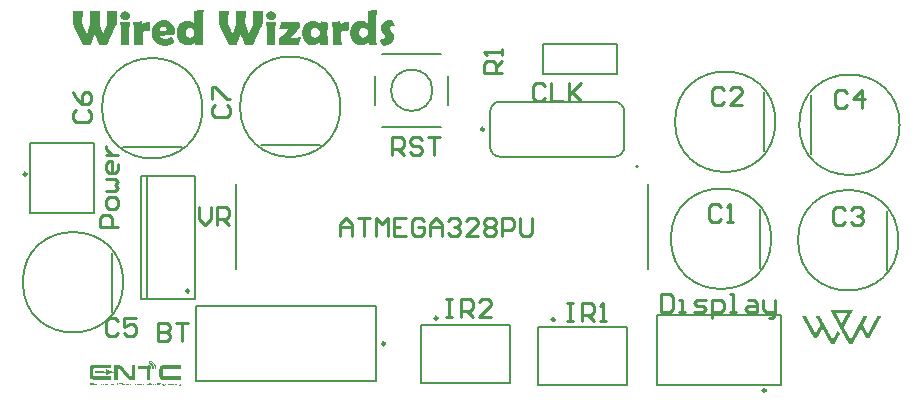
<source format=gto>
G04*
G04 #@! TF.GenerationSoftware,Altium Limited,Altium Designer,23.4.1 (23)*
G04*
G04 Layer_Color=65535*
%FSLAX44Y44*%
%MOMM*%
G71*
G04*
G04 #@! TF.SameCoordinates,25470DFE-9127-4010-A817-713BFABC8644*
G04*
G04*
G04 #@! TF.FilePolarity,Positive*
G04*
G01*
G75*
%ADD10C,0.2500*%
%ADD11C,0.1270*%
%ADD12C,0.2000*%
%ADD13C,0.1500*%
%ADD14C,0.2540*%
G36*
X481038Y891881D02*
X482207D01*
Y891589D01*
X482791D01*
Y891297D01*
X483084D01*
Y891005D01*
X483376D01*
Y890712D01*
X483668D01*
Y890420D01*
X483960D01*
Y889836D01*
X484253D01*
Y886913D01*
X483960D01*
Y886328D01*
X483668D01*
Y886036D01*
X483376D01*
Y885743D01*
X483084D01*
Y885451D01*
X482499D01*
Y885159D01*
X481330D01*
Y884867D01*
X479576D01*
Y885159D01*
X478407D01*
Y885451D01*
X477823D01*
Y885743D01*
X477530D01*
Y886036D01*
X477238D01*
Y886328D01*
X476946D01*
Y886620D01*
X476654D01*
Y887205D01*
X476361D01*
Y889836D01*
X476654D01*
Y890420D01*
X476946D01*
Y890712D01*
X477238D01*
Y891005D01*
X477530D01*
Y891297D01*
X477823D01*
Y891589D01*
X478407D01*
Y891881D01*
X479576D01*
Y892174D01*
X481038D01*
Y891881D01*
D02*
G37*
G36*
X357695D02*
X358572D01*
Y891589D01*
X359156D01*
Y891297D01*
X359449D01*
Y891005D01*
X359741D01*
Y890712D01*
X360033D01*
Y890420D01*
X360326D01*
Y890128D01*
X360618D01*
Y889251D01*
X360910D01*
Y887497D01*
X360618D01*
Y886620D01*
X360326D01*
Y886328D01*
X360033D01*
Y886036D01*
X359741D01*
Y885743D01*
X359449D01*
Y885451D01*
X358864D01*
Y885159D01*
X357695D01*
Y884867D01*
X355941D01*
Y885159D01*
X355065D01*
Y885451D01*
X354480D01*
Y885743D01*
X353895D01*
Y886036D01*
X353603D01*
Y886328D01*
X353311D01*
Y886913D01*
X353019D01*
Y887497D01*
X352726D01*
Y889543D01*
X353019D01*
Y890128D01*
X353311D01*
Y890712D01*
X353603D01*
Y891005D01*
X353895D01*
Y891297D01*
X354480D01*
Y891589D01*
X355065D01*
Y891881D01*
X355941D01*
Y892174D01*
X357695D01*
Y891881D01*
D02*
G37*
G36*
X484253Y880190D02*
X483960D01*
Y866161D01*
Y865868D01*
Y864115D01*
X483668D01*
Y863822D01*
X476654D01*
Y879606D01*
X476361D01*
Y882528D01*
X476069D01*
Y883113D01*
X476361D01*
Y883405D01*
X478407D01*
Y883113D01*
X482499D01*
Y883405D01*
X484253D01*
Y880190D01*
D02*
G37*
G36*
X360618Y883113D02*
X360910D01*
Y882821D01*
X360618D01*
Y879021D01*
X360326D01*
Y864992D01*
Y864699D01*
Y863822D01*
X353311D01*
Y864115D01*
X353019D01*
Y880775D01*
X352726D01*
Y883405D01*
X355065D01*
Y883113D01*
X358864D01*
Y883405D01*
X360618D01*
Y883113D01*
D02*
G37*
G36*
X569891Y889543D02*
X569599D01*
Y882821D01*
X569307D01*
Y871714D01*
X569599D01*
Y865576D01*
X569891D01*
Y863822D01*
X562876D01*
Y865868D01*
X562292D01*
Y865576D01*
X562000D01*
Y865284D01*
X561415D01*
Y864992D01*
X561123D01*
Y864699D01*
X560538D01*
Y864407D01*
X560246D01*
Y864115D01*
X559369D01*
Y863822D01*
X557908D01*
Y863530D01*
X555569D01*
Y863822D01*
X554108D01*
Y864115D01*
X553231D01*
Y864407D01*
X552647D01*
Y864699D01*
X552062D01*
Y864992D01*
X551478D01*
Y865284D01*
X551185D01*
Y865576D01*
X550893D01*
Y865868D01*
X550601D01*
Y866161D01*
X550308D01*
Y866453D01*
X549724D01*
Y867038D01*
X549431D01*
Y867330D01*
X549139D01*
Y867914D01*
X548847D01*
Y868207D01*
X548555D01*
Y868791D01*
X548262D01*
Y869668D01*
X547970D01*
Y870545D01*
X547678D01*
Y871714D01*
X547385D01*
Y876391D01*
X547678D01*
Y877560D01*
X547970D01*
Y878437D01*
X548262D01*
Y879021D01*
X548555D01*
Y879606D01*
X548847D01*
Y880190D01*
X549139D01*
Y880482D01*
X549431D01*
Y881067D01*
X549724D01*
Y881359D01*
X550016D01*
Y881652D01*
X550308D01*
Y881944D01*
X550601D01*
Y882236D01*
X550893D01*
Y882528D01*
X551185D01*
Y882821D01*
X551770D01*
Y883113D01*
X552354D01*
Y883405D01*
X552647D01*
Y883698D01*
X553523D01*
Y883990D01*
X554400D01*
Y884282D01*
X558784D01*
Y883990D01*
X559661D01*
Y883698D01*
X560246D01*
Y883405D01*
X560830D01*
Y883113D01*
X561123D01*
Y882821D01*
X561415D01*
Y882528D01*
X561707D01*
Y882236D01*
X562292D01*
Y885451D01*
X562000D01*
Y892466D01*
X562292D01*
Y892758D01*
X564922D01*
Y893051D01*
X567553D01*
Y893343D01*
X569891D01*
Y889543D01*
D02*
G37*
G36*
X422874Y893343D02*
X423166D01*
Y891881D01*
X422874D01*
Y887790D01*
X422581D01*
Y878144D01*
Y877852D01*
Y867038D01*
X422874D01*
Y863822D01*
X416151D01*
Y864115D01*
X415859D01*
Y865868D01*
X415275D01*
Y865576D01*
X414982D01*
Y865284D01*
X414690D01*
Y864992D01*
X414398D01*
Y864699D01*
X413813D01*
Y864407D01*
X413228D01*
Y864115D01*
X412352D01*
Y863822D01*
X410890D01*
Y863530D01*
X408844D01*
Y863822D01*
X407091D01*
Y864115D01*
X406214D01*
Y864407D01*
X405629D01*
Y864699D01*
X405045D01*
Y864992D01*
X404752D01*
Y865284D01*
X404168D01*
Y865576D01*
X403876D01*
Y865868D01*
X403583D01*
Y866161D01*
X403291D01*
Y866453D01*
X402999D01*
Y866745D01*
X402706D01*
Y867038D01*
X402414D01*
Y867622D01*
X402122D01*
Y867914D01*
X401829D01*
Y868499D01*
X401537D01*
Y869083D01*
X401245D01*
Y869960D01*
X400953D01*
Y870837D01*
X400660D01*
Y872883D01*
X400368D01*
Y875221D01*
X400660D01*
Y876975D01*
X400953D01*
Y878144D01*
X401245D01*
Y878729D01*
X401537D01*
Y879606D01*
X401829D01*
Y879898D01*
X402122D01*
Y880482D01*
X402414D01*
Y880775D01*
X402706D01*
Y881359D01*
X402999D01*
Y881652D01*
X403291D01*
Y881944D01*
X403583D01*
Y882236D01*
X403876D01*
Y882528D01*
X404460D01*
Y882821D01*
X404752D01*
Y883113D01*
X405337D01*
Y883405D01*
X405922D01*
Y883698D01*
X406506D01*
Y883990D01*
X407675D01*
Y884282D01*
X411767D01*
Y883990D01*
X412644D01*
Y883698D01*
X413228D01*
Y883405D01*
X413813D01*
Y883113D01*
X414105D01*
Y882821D01*
X414398D01*
Y882528D01*
X414690D01*
Y882236D01*
X415275D01*
Y892758D01*
X417905D01*
Y893051D01*
X420828D01*
Y893343D01*
X422581D01*
Y893635D01*
X422874D01*
Y893343D01*
D02*
G37*
G36*
X472854Y892466D02*
X473146D01*
Y886036D01*
X473438D01*
Y881944D01*
X473146D01*
Y881359D01*
X472854D01*
Y880775D01*
X472562D01*
Y879898D01*
X472269D01*
Y879313D01*
X471977D01*
Y878729D01*
X471685D01*
Y878144D01*
X471392D01*
Y877560D01*
X471100D01*
Y876975D01*
X470808D01*
Y876098D01*
X470516D01*
Y875514D01*
X470223D01*
Y874929D01*
X469931D01*
Y874345D01*
X469639D01*
Y873760D01*
X469347D01*
Y873175D01*
X469054D01*
Y872299D01*
X468762D01*
Y871714D01*
X468470D01*
Y871130D01*
X468177D01*
Y870545D01*
X467885D01*
Y869960D01*
X467593D01*
Y869376D01*
X467300D01*
Y868791D01*
X467008D01*
Y868207D01*
X466716D01*
Y867330D01*
X466424D01*
Y866745D01*
X466131D01*
Y866161D01*
X465839D01*
Y865576D01*
X465547D01*
Y864992D01*
X465255D01*
Y864407D01*
X464962D01*
Y863822D01*
X458532D01*
Y864115D01*
X458240D01*
Y864407D01*
X457948D01*
Y864992D01*
X457655D01*
Y865868D01*
X457363D01*
Y866453D01*
X457071D01*
Y867330D01*
X456778D01*
Y867914D01*
X456486D01*
Y868791D01*
X456194D01*
Y869376D01*
X455902D01*
Y870253D01*
X455609D01*
Y870837D01*
X455317D01*
Y871714D01*
X455025D01*
Y872299D01*
X454732D01*
Y872591D01*
X454440D01*
Y872006D01*
X454148D01*
Y871130D01*
X453856D01*
Y870545D01*
X453563D01*
Y869668D01*
X453271D01*
Y869083D01*
X452979D01*
Y868207D01*
X452686D01*
Y867622D01*
X452394D01*
Y866745D01*
X452102D01*
Y866161D01*
X451810D01*
Y865284D01*
X451517D01*
Y864699D01*
X451225D01*
Y864115D01*
X450933D01*
Y863822D01*
X444503D01*
Y864407D01*
X444210D01*
Y864699D01*
X443918D01*
Y865284D01*
X443626D01*
Y866161D01*
X443334D01*
Y866745D01*
X443041D01*
Y867330D01*
X442749D01*
Y867914D01*
X442457D01*
Y868499D01*
X442164D01*
Y869083D01*
X441872D01*
Y869668D01*
X441580D01*
Y870253D01*
X441287D01*
Y870837D01*
X440995D01*
Y871422D01*
X440703D01*
Y872006D01*
X440411D01*
Y872591D01*
X440118D01*
Y873468D01*
X439826D01*
Y874052D01*
X439534D01*
Y874637D01*
X439241D01*
Y875221D01*
X438949D01*
Y875806D01*
X438657D01*
Y876391D01*
X438365D01*
Y876975D01*
X438072D01*
Y877852D01*
X437780D01*
Y878437D01*
X437488D01*
Y879021D01*
X437196D01*
Y879606D01*
X436903D01*
Y880482D01*
X436611D01*
Y881067D01*
X436319D01*
Y892174D01*
X436611D01*
Y892758D01*
X438657D01*
Y892466D01*
X444210D01*
Y892174D01*
X444503D01*
Y889543D01*
X444210D01*
Y881067D01*
X444503D01*
Y880482D01*
X444795D01*
Y879606D01*
X445087D01*
Y879021D01*
X445379D01*
Y878437D01*
X445672D01*
Y877852D01*
X445964D01*
Y876975D01*
X446256D01*
Y876391D01*
X446549D01*
Y875806D01*
X446841D01*
Y875221D01*
X447133D01*
Y874637D01*
X447425D01*
Y874345D01*
X447718D01*
Y873760D01*
X448302D01*
Y874637D01*
X448595D01*
Y875514D01*
X448887D01*
Y876098D01*
X449179D01*
Y876975D01*
X449471D01*
Y877852D01*
X449764D01*
Y878729D01*
X450056D01*
Y879313D01*
Y879606D01*
X450348D01*
Y880775D01*
X450640D01*
Y881944D01*
X450933D01*
Y891297D01*
X450640D01*
Y892174D01*
X450933D01*
Y892466D01*
X458240D01*
Y892174D01*
X458824D01*
Y886328D01*
X458532D01*
Y882528D01*
X458824D01*
Y882236D01*
X458532D01*
Y881944D01*
X458824D01*
Y880775D01*
X459117D01*
Y879898D01*
X459409D01*
Y879021D01*
X459701D01*
Y878144D01*
X459994D01*
Y877267D01*
X460286D01*
Y876683D01*
X460578D01*
Y875806D01*
X460870D01*
Y874929D01*
X461163D01*
Y874345D01*
X461455D01*
Y873760D01*
X461747D01*
Y874052D01*
X462039D01*
Y874637D01*
X462332D01*
Y875221D01*
X462624D01*
Y875806D01*
X462916D01*
Y876391D01*
X463209D01*
Y876975D01*
X463501D01*
Y877852D01*
X463793D01*
Y878437D01*
X464085D01*
Y879021D01*
X464378D01*
Y879898D01*
X464670D01*
Y880482D01*
X464962D01*
Y881359D01*
X465255D01*
Y887497D01*
X464962D01*
Y892466D01*
X471100D01*
Y892758D01*
X472854D01*
Y892466D01*
D02*
G37*
G36*
X349219D02*
X349511D01*
Y888374D01*
X349804D01*
Y881652D01*
X349511D01*
Y881067D01*
X349219D01*
Y880482D01*
X348927D01*
Y879898D01*
X348634D01*
Y879313D01*
X348342D01*
Y878729D01*
X348050D01*
Y877852D01*
X347757D01*
Y877267D01*
X347465D01*
Y876683D01*
X347173D01*
Y876098D01*
X346881D01*
Y875514D01*
X346588D01*
Y874929D01*
X346296D01*
Y874052D01*
X346004D01*
Y873468D01*
X345712D01*
Y872883D01*
X345419D01*
Y872299D01*
X345127D01*
Y871714D01*
X344835D01*
Y871130D01*
X344543D01*
Y870253D01*
X344250D01*
Y869668D01*
X343958D01*
Y869083D01*
X343666D01*
Y868499D01*
X343373D01*
Y867914D01*
X343081D01*
Y867330D01*
X342789D01*
Y866745D01*
X342496D01*
Y866161D01*
X342204D01*
Y865576D01*
X341912D01*
Y864699D01*
X341620D01*
Y864407D01*
X341327D01*
Y863822D01*
X334897D01*
Y864115D01*
X334605D01*
Y864407D01*
X334313D01*
Y865284D01*
X334020D01*
Y865868D01*
X333728D01*
Y866745D01*
X333436D01*
Y867330D01*
X333144D01*
Y868207D01*
X332851D01*
Y868791D01*
X332559D01*
Y869668D01*
X332267D01*
Y870253D01*
X331974D01*
Y871130D01*
X331682D01*
Y871714D01*
X331390D01*
Y872591D01*
X331097D01*
Y872299D01*
X330805D01*
Y871714D01*
X330513D01*
Y871130D01*
X330221D01*
Y870253D01*
X329928D01*
Y869668D01*
X329636D01*
Y868791D01*
X329344D01*
Y868207D01*
X329052D01*
Y867330D01*
X328759D01*
Y866745D01*
X328467D01*
Y865868D01*
X328175D01*
Y865284D01*
X327882D01*
Y864407D01*
X327590D01*
Y864115D01*
X327298D01*
Y863822D01*
X320868D01*
Y864407D01*
X320575D01*
Y864992D01*
X320283D01*
Y865576D01*
X319991D01*
Y866161D01*
X319699D01*
Y866745D01*
X319406D01*
Y867330D01*
X319114D01*
Y867914D01*
X318822D01*
Y868499D01*
X318529D01*
Y869083D01*
X318237D01*
Y869960D01*
X317945D01*
Y870545D01*
X317653D01*
Y871130D01*
X317360D01*
Y871714D01*
X317068D01*
Y872299D01*
X316776D01*
Y872883D01*
X316483D01*
Y873468D01*
X316191D01*
Y874052D01*
X315899D01*
Y874637D01*
X315607D01*
Y875514D01*
X315314D01*
Y876098D01*
X315022D01*
Y876683D01*
X314730D01*
Y877267D01*
X314438D01*
Y877852D01*
X314145D01*
Y878437D01*
X313853D01*
Y879313D01*
X313561D01*
Y879898D01*
X313268D01*
Y880482D01*
X312976D01*
Y881359D01*
X312684D01*
Y888959D01*
X312976D01*
Y892466D01*
X313268D01*
Y892758D01*
X315022D01*
Y892466D01*
X320868D01*
Y887205D01*
X320575D01*
Y881359D01*
X320868D01*
Y880482D01*
X321160D01*
Y879898D01*
X321452D01*
Y879313D01*
X321744D01*
Y878437D01*
X322037D01*
Y877852D01*
X322329D01*
Y877267D01*
X322621D01*
Y876683D01*
X322914D01*
Y876098D01*
X323206D01*
Y875514D01*
X323498D01*
Y874929D01*
X323791D01*
Y874345D01*
X324083D01*
Y873760D01*
X324667D01*
Y874345D01*
X324960D01*
Y875221D01*
X325252D01*
Y876098D01*
X325544D01*
Y876975D01*
X325836D01*
Y877560D01*
X326129D01*
Y878437D01*
X326421D01*
Y879606D01*
X326713D01*
Y880482D01*
X327006D01*
Y881652D01*
X327298D01*
Y892466D01*
X334605D01*
Y892174D01*
X335190D01*
Y881067D01*
X335482D01*
Y880190D01*
X335774D01*
Y879313D01*
X336066D01*
Y878437D01*
X336359D01*
Y877560D01*
X336651D01*
Y876683D01*
X336943D01*
Y876098D01*
X337235D01*
Y875221D01*
X337528D01*
Y874637D01*
X337820D01*
Y873760D01*
X338112D01*
Y874052D01*
X338405D01*
Y874345D01*
X338697D01*
Y874929D01*
X338989D01*
Y875514D01*
X339281D01*
Y876098D01*
X339574D01*
Y876975D01*
X339866D01*
Y877560D01*
X340158D01*
Y878144D01*
X340451D01*
Y879021D01*
X340743D01*
Y879606D01*
X341035D01*
Y880190D01*
X341327D01*
Y881067D01*
X341620D01*
Y890128D01*
X341327D01*
Y892174D01*
X341620D01*
Y892466D01*
X347465D01*
Y892758D01*
X349219D01*
Y892466D01*
D02*
G37*
G36*
X538909Y882821D02*
X539202D01*
Y881652D01*
X539786D01*
Y881944D01*
X540371D01*
Y882236D01*
X540663D01*
Y882528D01*
X541248D01*
Y882821D01*
X541832D01*
Y883113D01*
X542709D01*
Y883405D01*
X543586D01*
Y883698D01*
X545924D01*
Y883113D01*
X546216D01*
Y882821D01*
X545924D01*
Y876098D01*
X545632D01*
Y875806D01*
X540955D01*
Y875514D01*
X540371D01*
Y875221D01*
X540079D01*
Y874637D01*
X539786D01*
Y866453D01*
X540079D01*
Y864115D01*
X539786D01*
Y863822D01*
X532771D01*
Y864115D01*
X532479D01*
Y868791D01*
Y869083D01*
Y878729D01*
X532187D01*
Y880482D01*
X531895D01*
Y881944D01*
X531602D01*
Y882821D01*
X531895D01*
Y883113D01*
X533648D01*
Y883405D01*
X535694D01*
Y883698D01*
X537156D01*
Y883990D01*
X538909D01*
Y882821D01*
D02*
G37*
G36*
X370848Y883405D02*
X371140D01*
Y881652D01*
X371725D01*
Y881944D01*
X372309D01*
Y882236D01*
X372894D01*
Y882528D01*
X373186D01*
Y882821D01*
X374063D01*
Y883113D01*
X374647D01*
Y883405D01*
X375816D01*
Y883698D01*
X377863D01*
Y883405D01*
X378155D01*
Y881944D01*
X377863D01*
Y881652D01*
X378155D01*
Y881359D01*
X377863D01*
Y876098D01*
X377570D01*
Y875806D01*
X372894D01*
Y875514D01*
X372601D01*
Y875221D01*
X372309D01*
Y874929D01*
X372017D01*
Y874052D01*
X371725D01*
Y873175D01*
Y872883D01*
Y867622D01*
X372017D01*
Y863822D01*
X365002D01*
Y864115D01*
X364710D01*
Y864407D01*
X364418D01*
Y874052D01*
X364710D01*
Y874345D01*
X364418D01*
Y879313D01*
X364125D01*
Y881067D01*
X363833D01*
Y882236D01*
X363541D01*
Y882821D01*
X363833D01*
Y883113D01*
X365879D01*
Y883405D01*
X367633D01*
Y883698D01*
X369094D01*
Y883990D01*
X370848D01*
Y883405D01*
D02*
G37*
G36*
X517573Y883990D02*
X518742D01*
Y883698D01*
X519619D01*
Y883405D01*
X520203D01*
Y883113D01*
X520496D01*
Y882821D01*
X520788D01*
Y882528D01*
X521080D01*
Y882236D01*
X521372D01*
Y881944D01*
X521957D01*
Y882528D01*
X522249D01*
Y883405D01*
X522542D01*
Y883698D01*
X522834D01*
Y883990D01*
X523126D01*
Y883698D01*
X525172D01*
Y883405D01*
X526634D01*
Y883113D01*
X527803D01*
Y882821D01*
X528680D01*
Y882528D01*
X528972D01*
Y881944D01*
X528680D01*
Y879898D01*
X528387D01*
Y876391D01*
X528095D01*
Y871130D01*
X528387D01*
Y864115D01*
X528095D01*
Y863822D01*
X525172D01*
Y863530D01*
X521957D01*
Y863822D01*
X521665D01*
Y864407D01*
X521372D01*
Y865868D01*
X520788D01*
Y865576D01*
X520496D01*
Y865284D01*
X520203D01*
Y864992D01*
X519619D01*
Y864699D01*
X519327D01*
Y864407D01*
X518742D01*
Y864115D01*
X518450D01*
Y863822D01*
X517573D01*
Y863530D01*
X516111D01*
Y863238D01*
X515527D01*
Y863530D01*
X513481D01*
Y863822D01*
X512604D01*
Y864115D01*
X512020D01*
Y864407D01*
X511435D01*
Y864699D01*
X510850D01*
Y864992D01*
X510558D01*
Y865284D01*
X510266D01*
Y865576D01*
X509973D01*
Y865868D01*
X509681D01*
Y866161D01*
X509389D01*
Y866453D01*
X509097D01*
Y866745D01*
X508804D01*
Y867330D01*
X508512D01*
Y867622D01*
X508220D01*
Y867914D01*
X507928D01*
Y868499D01*
X507635D01*
Y869376D01*
X507343D01*
Y869960D01*
X507051D01*
Y871130D01*
X506758D01*
Y876098D01*
X507051D01*
Y877560D01*
X507343D01*
Y878437D01*
X507635D01*
Y879021D01*
X507928D01*
Y879606D01*
X508220D01*
Y880190D01*
X508512D01*
Y880482D01*
X508804D01*
Y880775D01*
X509097D01*
Y881359D01*
X509389D01*
Y881652D01*
X509973D01*
Y881944D01*
X510266D01*
Y882236D01*
X510558D01*
Y882528D01*
X510850D01*
Y882821D01*
X511435D01*
Y883113D01*
X512020D01*
Y883405D01*
X512604D01*
Y883698D01*
X513481D01*
Y883990D01*
X515235D01*
Y884282D01*
X517573D01*
Y883990D01*
D02*
G37*
G36*
X490391Y883405D02*
X493606D01*
Y883113D01*
X502374D01*
Y883405D01*
X503836D01*
Y883113D01*
X504420D01*
Y882528D01*
X504712D01*
Y878144D01*
X504420D01*
Y877852D01*
X504128D01*
Y877267D01*
X503836D01*
Y876975D01*
X503543D01*
Y876683D01*
X503251D01*
Y876391D01*
X502959D01*
Y876098D01*
X502667D01*
Y875806D01*
X502374D01*
Y875514D01*
X502082D01*
Y875221D01*
X501790D01*
Y874929D01*
X501497D01*
Y874637D01*
X501205D01*
Y874345D01*
X500913D01*
Y874052D01*
X500620D01*
Y873760D01*
X500328D01*
Y873468D01*
X500036D01*
Y873175D01*
X499744D01*
Y872883D01*
X499451D01*
Y872591D01*
X499159D01*
Y872299D01*
X498867D01*
Y872006D01*
X498575D01*
Y871714D01*
X498282D01*
Y871422D01*
X497990D01*
Y871130D01*
X497698D01*
Y870545D01*
X497113D01*
Y870253D01*
X496821D01*
Y869960D01*
X502959D01*
Y870253D01*
X505589D01*
Y869960D01*
X505297D01*
Y869083D01*
X505005D01*
Y867914D01*
X504712D01*
Y866453D01*
X504420D01*
Y864699D01*
X504128D01*
Y863822D01*
X503836D01*
Y863530D01*
X501790D01*
Y863822D01*
X488929D01*
Y863530D01*
X487760D01*
Y863822D01*
X487468D01*
Y868207D01*
X487176D01*
Y869376D01*
X487468D01*
Y869668D01*
X487760D01*
Y869960D01*
X488052D01*
Y870253D01*
X488345D01*
Y870545D01*
X488637D01*
Y870837D01*
X488929D01*
Y871130D01*
X489222D01*
Y871422D01*
X489514D01*
Y871714D01*
X490098D01*
Y872006D01*
X490391D01*
Y872299D01*
X490683D01*
Y872591D01*
X490975D01*
Y872883D01*
X491268D01*
Y873175D01*
X491560D01*
Y873468D01*
X491852D01*
Y873760D01*
X492144D01*
Y874052D01*
X492437D01*
Y874345D01*
X492729D01*
Y874637D01*
X493021D01*
Y874929D01*
X493313D01*
Y875221D01*
X493606D01*
Y875514D01*
X493898D01*
Y875806D01*
X494190D01*
Y876098D01*
X494483D01*
Y876391D01*
X494775D01*
Y876683D01*
X495067D01*
Y876975D01*
X487468D01*
Y878144D01*
X487760D01*
Y879313D01*
X488052D01*
Y880482D01*
X488345D01*
Y881652D01*
X488637D01*
Y883405D01*
X488929D01*
Y883698D01*
X490391D01*
Y883405D01*
D02*
G37*
G36*
X391892Y884282D02*
X392769D01*
Y883990D01*
X393646D01*
Y883698D01*
X393938D01*
Y883405D01*
X394523D01*
Y883113D01*
X395107D01*
Y882821D01*
X395399D01*
Y882528D01*
X395692D01*
Y882236D01*
X395984D01*
Y881944D01*
X396276D01*
Y881652D01*
X396568D01*
Y881359D01*
X396861D01*
Y881067D01*
X397153D01*
Y880775D01*
X397445D01*
Y880190D01*
X397738D01*
Y879606D01*
X398030D01*
Y879021D01*
X398322D01*
Y878437D01*
X398614D01*
Y877560D01*
X398907D01*
Y875806D01*
X399199D01*
Y874345D01*
X398907D01*
Y873175D01*
X398614D01*
Y872883D01*
X398030D01*
Y872591D01*
X396276D01*
Y872299D01*
X393353D01*
Y872006D01*
X390431D01*
Y871714D01*
X387215D01*
Y871422D01*
X386339D01*
Y871130D01*
X386631D01*
Y870545D01*
X386923D01*
Y870253D01*
X387215D01*
Y869960D01*
X387508D01*
Y869668D01*
X388092D01*
Y869376D01*
X388677D01*
Y869083D01*
X390431D01*
Y868791D01*
X391015D01*
Y869083D01*
X392769D01*
Y869376D01*
X393646D01*
Y869668D01*
X394230D01*
Y869960D01*
X394815D01*
Y870253D01*
X395107D01*
Y870545D01*
X395692D01*
Y870837D01*
X396276D01*
Y870545D01*
X396568D01*
Y869960D01*
X396861D01*
Y869668D01*
X397153D01*
Y869083D01*
X397445D01*
Y868499D01*
X397738D01*
Y867914D01*
X398030D01*
Y867330D01*
X398322D01*
Y865868D01*
X398030D01*
Y865576D01*
X397445D01*
Y865284D01*
X397153D01*
Y864992D01*
X396861D01*
Y864699D01*
X396276D01*
Y864407D01*
X395692D01*
Y864115D01*
X395107D01*
Y863822D01*
X393938D01*
Y863530D01*
X392769D01*
Y863238D01*
X388385D01*
Y863530D01*
X386923D01*
Y863822D01*
X385754D01*
Y864115D01*
X385169D01*
Y864407D01*
X384585D01*
Y864699D01*
X384000D01*
Y864992D01*
X383708D01*
Y865284D01*
X383416D01*
Y865576D01*
X382831D01*
Y865868D01*
X382539D01*
Y866161D01*
X382247D01*
Y866453D01*
X381954D01*
Y866745D01*
X381662D01*
Y867330D01*
X381370D01*
Y867622D01*
X381078D01*
Y867914D01*
X380785D01*
Y868499D01*
X380493D01*
Y869083D01*
X380201D01*
Y869960D01*
X379908D01*
Y870837D01*
X379616D01*
Y872883D01*
X379324D01*
Y874929D01*
X379616D01*
Y876975D01*
X379908D01*
Y877852D01*
X380201D01*
Y878729D01*
X380493D01*
Y879313D01*
X380785D01*
Y879898D01*
X381078D01*
Y880482D01*
X381370D01*
Y880775D01*
X381662D01*
Y881067D01*
X381954D01*
Y881359D01*
X382247D01*
Y881652D01*
X382539D01*
Y881944D01*
X382831D01*
Y882236D01*
X383124D01*
Y882528D01*
X383416D01*
Y882821D01*
X383708D01*
Y883113D01*
X384293D01*
Y883405D01*
X384877D01*
Y883698D01*
X385169D01*
Y883990D01*
X386046D01*
Y884282D01*
X387215D01*
Y884574D01*
X391892D01*
Y884282D01*
D02*
G37*
G36*
X582459Y884867D02*
X582752D01*
Y884574D01*
X583044D01*
Y883990D01*
X583336D01*
Y883698D01*
X583628D01*
Y883113D01*
X583921D01*
Y882528D01*
X584213D01*
Y882236D01*
X584505D01*
Y881652D01*
X584798D01*
Y881067D01*
X585090D01*
Y880190D01*
X584798D01*
Y879898D01*
X582167D01*
Y879606D01*
X581582D01*
Y879313D01*
X581290D01*
Y879021D01*
X580998D01*
Y878729D01*
X580705D01*
Y876975D01*
X580998D01*
Y876683D01*
X581290D01*
Y876098D01*
X581582D01*
Y875806D01*
X581875D01*
Y875514D01*
X582167D01*
Y875221D01*
X582459D01*
Y874929D01*
X582752D01*
Y874637D01*
X583044D01*
Y874345D01*
X583336D01*
Y874052D01*
X583628D01*
Y873468D01*
X583921D01*
Y872883D01*
X584213D01*
Y872299D01*
X584505D01*
Y871130D01*
X584798D01*
Y869668D01*
X584505D01*
Y868499D01*
X584213D01*
Y867622D01*
X583921D01*
Y867038D01*
X583628D01*
Y866745D01*
X583336D01*
Y866453D01*
X583044D01*
Y866161D01*
X582752D01*
Y865868D01*
X582459D01*
Y865576D01*
X582167D01*
Y865284D01*
X581582D01*
Y864992D01*
X581290D01*
Y864699D01*
X580705D01*
Y864407D01*
X580121D01*
Y864115D01*
X579536D01*
Y863822D01*
X578660D01*
Y863530D01*
X577783D01*
Y863238D01*
X576029D01*
Y862946D01*
X575444D01*
Y863238D01*
X575152D01*
Y863530D01*
X574860D01*
Y863822D01*
X574568D01*
Y864115D01*
X574275D01*
Y864699D01*
X573983D01*
Y864992D01*
X573691D01*
Y865576D01*
X573399D01*
Y865868D01*
X573106D01*
Y866453D01*
X572814D01*
Y867038D01*
X572522D01*
Y867622D01*
X572229D01*
Y868207D01*
X573106D01*
Y868499D01*
X574568D01*
Y868791D01*
X575737D01*
Y869083D01*
X576321D01*
Y869376D01*
X576614D01*
Y869668D01*
X576906D01*
Y870253D01*
X577198D01*
Y871130D01*
X576906D01*
Y871714D01*
X576614D01*
Y872299D01*
X576321D01*
Y872591D01*
X576029D01*
Y872883D01*
X575737D01*
Y873175D01*
X575444D01*
Y873760D01*
X575152D01*
Y874052D01*
X574860D01*
Y874345D01*
X574568D01*
Y874637D01*
X574275D01*
Y874929D01*
X573983D01*
Y875514D01*
X573691D01*
Y876098D01*
X573399D01*
Y876975D01*
X573106D01*
Y879021D01*
X573399D01*
Y880190D01*
X573691D01*
Y880482D01*
Y880775D01*
X573983D01*
Y881359D01*
X574275D01*
Y881652D01*
X574568D01*
Y881944D01*
X574860D01*
Y882236D01*
X575152D01*
Y882528D01*
X575444D01*
Y882821D01*
X575737D01*
Y883113D01*
X576029D01*
Y883405D01*
X576614D01*
Y883698D01*
X577198D01*
Y883990D01*
X577783D01*
Y884282D01*
X578367D01*
Y884574D01*
X578952D01*
Y884867D01*
X580121D01*
Y885159D01*
X582459D01*
Y884867D01*
D02*
G37*
G36*
X973053Y639639D02*
X973081Y639611D01*
X973062Y639515D01*
X972910Y639362D01*
X972891Y639286D01*
X972814Y639152D01*
X972738Y639076D01*
X972709Y638971D01*
X972595Y638780D01*
X972547Y638675D01*
X972413Y638427D01*
X972356Y638294D01*
X972280Y638160D01*
X972242Y638122D01*
X972223Y638084D01*
X972146Y637912D01*
X972070Y637779D01*
X972032Y637740D01*
X971975Y637607D01*
X971879Y637435D01*
X971841Y637397D01*
X971784Y637263D01*
X971688Y637091D01*
X971555Y636843D01*
X971459Y636710D01*
X971440Y636634D01*
X971307Y636424D01*
X971249Y636290D01*
X971154Y636118D01*
X971116Y636080D01*
X971097Y636042D01*
X971059Y635947D01*
X971030Y635842D01*
X970982Y635775D01*
X970944Y635737D01*
X970925Y635698D01*
X970887Y635660D01*
X970849Y635565D01*
X970677Y635241D01*
X970543Y635031D01*
X970524Y634954D01*
X970448Y634821D01*
X970391Y634763D01*
X970333Y634630D01*
X970295Y634534D01*
X970200Y634401D01*
X970162Y634305D01*
X969894Y633809D01*
X969818Y633676D01*
X969666Y633389D01*
X969589Y633256D01*
X969494Y633084D01*
X969417Y632950D01*
X969188Y632511D01*
X969150Y632473D01*
X969131Y632435D01*
X969036Y632225D01*
X968959Y632092D01*
X968902Y632034D01*
X968845Y631901D01*
X968807Y631805D01*
X968769Y631767D01*
X968749Y631729D01*
X968711Y631691D01*
X968625Y631452D01*
X968559Y631386D01*
X968406Y631099D01*
X968330Y630985D01*
X968311Y630909D01*
X968187Y630727D01*
X968158Y630699D01*
X968091Y630517D01*
X968024Y630412D01*
X967967Y630317D01*
X967929Y630221D01*
X967833Y630050D01*
X967795Y630012D01*
X967757Y629916D01*
X967710Y629792D01*
X967643Y629706D01*
X967471Y629382D01*
X967318Y629096D01*
X967013Y628504D01*
X966822Y628141D01*
X966689Y627932D01*
X966650Y627836D01*
X966555Y627664D01*
X966421Y627416D01*
X966345Y627340D01*
X966307Y627206D01*
X966259Y627082D01*
X966173Y626996D01*
X966154Y626958D01*
X966002Y626672D01*
X965963Y626634D01*
X965792Y626309D01*
X965734Y626176D01*
X965696Y626080D01*
X965610Y625975D01*
X965582Y625947D01*
X965505Y625813D01*
X965477Y625785D01*
X965439Y625766D01*
X965391Y625718D01*
X965372Y625642D01*
X965334Y625393D01*
X965276Y625336D01*
X965257Y625298D01*
X965181Y625126D01*
X965200Y624840D01*
X965238Y624802D01*
X965257Y624764D01*
X965334Y624687D01*
X965353Y624611D01*
X965400Y624487D01*
X965429Y624458D01*
X965448Y624420D01*
X965505Y624363D01*
X965572Y624182D01*
X965753Y623848D01*
X965849Y623676D01*
X965925Y623561D01*
X965973Y623437D01*
X966068Y623285D01*
X966183Y623056D01*
X966250Y622989D01*
X966269Y622951D01*
X966288Y622893D01*
X966336Y622770D01*
X966412Y622655D01*
X966479Y622531D01*
X966574Y622359D01*
X966612Y622321D01*
X966631Y622283D01*
X966669Y622187D01*
X966765Y622016D01*
X966822Y621958D01*
X966860Y621863D01*
X966889Y621758D01*
X966917Y621729D01*
X966937Y621691D01*
X966994Y621634D01*
X967070Y621443D01*
X967299Y621004D01*
X967337Y620966D01*
X967356Y620928D01*
X967433Y620756D01*
X967490Y620661D01*
X967566Y620546D01*
X967614Y620422D01*
X967690Y620308D01*
X967719Y620279D01*
X967757Y620184D01*
X967776Y620107D01*
X967833Y620012D01*
X967891Y619955D01*
X967910Y619916D01*
X967948Y619821D01*
X967967Y619745D01*
X968053Y619640D01*
X968120Y619535D01*
X968158Y619439D01*
X968177Y619401D01*
X968272Y619268D01*
X968311Y619172D01*
X968406Y619001D01*
X968463Y618943D01*
X968540Y618733D01*
X968625Y618628D01*
X968673Y618523D01*
X968721Y618399D01*
X968788Y618294D01*
X968940Y618008D01*
X968998Y617913D01*
X969074Y617703D01*
X969227Y617550D01*
X969255Y617445D01*
X969293Y617350D01*
X969494Y617016D01*
X969513Y616978D01*
X969608Y616768D01*
X969704Y616596D01*
X969780Y616482D01*
X969894Y616272D01*
X970047Y615985D01*
X970238Y615623D01*
X970295Y615527D01*
X970429Y615279D01*
X970467Y615241D01*
X970505Y615146D01*
X970553Y615022D01*
X970601Y614955D01*
X970639Y614917D01*
X970715Y614745D01*
X970734Y614707D01*
X970830Y614573D01*
X970868Y614478D01*
X970916Y614354D01*
X970992Y614277D01*
X971097Y614268D01*
X971164Y614296D01*
X971192Y614325D01*
X971230Y614421D01*
X971288Y614573D01*
X971421Y614783D01*
X971459Y614879D01*
X971555Y615050D01*
X971669Y615260D01*
X971717Y615308D01*
X971755Y615327D01*
X971784Y615356D01*
X971822Y615489D01*
X971841Y615642D01*
X971936Y615737D01*
X971975Y615833D01*
X972051Y615966D01*
X972127Y616043D01*
X972165Y616138D01*
X972213Y616262D01*
X972242Y616291D01*
X972261Y616329D01*
X972394Y616577D01*
X972471Y616691D01*
X972499Y616796D01*
X972595Y616949D01*
X972643Y616997D01*
X972681Y617092D01*
X972747Y617273D01*
X972814Y617340D01*
X972833Y617378D01*
X972910Y617550D01*
X972986Y617684D01*
X973062Y617798D01*
X973081Y617875D01*
X973158Y618008D01*
X973196Y618046D01*
X973215Y618084D01*
X973463Y618562D01*
X973549Y618666D01*
X973644Y618915D01*
X973711Y618981D01*
X973768Y619115D01*
X973816Y619239D01*
X973864Y619306D01*
X973940Y619382D01*
X974007Y619563D01*
X974055Y619630D01*
X974093Y619668D01*
X974112Y619707D01*
X974169Y619840D01*
X974246Y619974D01*
X974589Y620642D01*
X974627Y620680D01*
X974723Y620890D01*
X974742Y620928D01*
X974875Y621119D01*
X974952Y621291D01*
X974971Y621329D01*
X975047Y621443D01*
X975314Y621958D01*
X975410Y622092D01*
X975448Y622187D01*
X975581Y622435D01*
X975734Y622722D01*
X975810Y622836D01*
X975944Y623084D01*
X976097Y623371D01*
X976288Y623733D01*
X976326Y623771D01*
X976364Y623867D01*
X976459Y624039D01*
X976497Y624077D01*
X976650Y624363D01*
X976746Y624496D01*
X976765Y624573D01*
X976803Y624668D01*
X976879Y624802D01*
X977242Y625489D01*
X977318Y625603D01*
X977432Y625851D01*
X977528Y626023D01*
X977623Y626119D01*
X977662Y626252D01*
X977700Y626348D01*
X977785Y626452D01*
X977814Y626481D01*
X977852Y626577D01*
X977967Y626786D01*
X978043Y626920D01*
X978167Y627101D01*
X978253Y627340D01*
X978301Y627388D01*
X978339Y627407D01*
X978367Y627435D01*
X978406Y627569D01*
X978482Y627702D01*
X978539Y627760D01*
X978616Y627970D01*
X978749Y628161D01*
X978778Y628265D01*
X978892Y628456D01*
X978921Y628485D01*
X978997Y628657D01*
X979188Y629019D01*
X979255Y629067D01*
X979284Y629096D01*
X979303Y629172D01*
X979322Y629305D01*
X979341Y629344D01*
X979474Y629477D01*
X979512Y629630D01*
X979570Y629725D01*
X979646Y629802D01*
X979684Y629897D01*
X979713Y630021D01*
X979761Y630088D01*
X979818Y630145D01*
X979856Y630241D01*
X979904Y630365D01*
X979951Y630431D01*
X979990Y630470D01*
X980085Y630641D01*
X980200Y630756D01*
X980238Y630889D01*
X980257Y630985D01*
X980390Y631118D01*
X980409Y631195D01*
X980428Y631328D01*
X980448Y631367D01*
X980495Y631414D01*
X980534Y631433D01*
X980581Y631481D01*
X980600Y631557D01*
X980610Y631605D01*
X980600Y631615D01*
X980619Y631672D01*
X980639Y631748D01*
X980686Y631796D01*
X980724Y631815D01*
X980772Y631863D01*
X980801Y631968D01*
X980839Y632063D01*
X980887Y632111D01*
X980906Y632149D01*
X980982Y632282D01*
X981068Y632368D01*
X981106Y632388D01*
X981135Y632473D01*
X981163Y632636D01*
X981182Y632674D01*
X981220Y632693D01*
X981306Y632779D01*
X981326Y632855D01*
X981345Y632989D01*
X981392Y633055D01*
X981430Y633074D01*
X981478Y633122D01*
X981516Y633256D01*
X981545Y633361D01*
X981650Y633466D01*
X981669Y633504D01*
X981755Y633628D01*
X981793Y633647D01*
X981860Y633714D01*
X981879Y633790D01*
X981898Y633962D01*
X981927Y633991D01*
X982022Y634048D01*
X982051Y634134D01*
X982070Y634305D01*
X982117Y634353D01*
X982156Y634372D01*
X982222Y634439D01*
X982242Y634477D01*
X982289Y634544D01*
X982365Y634563D01*
X985419Y634544D01*
X985467Y634515D01*
X985486Y634439D01*
X985467Y634401D01*
X985390Y634324D01*
X985371Y634286D01*
X985257Y634076D01*
X985104Y633790D01*
X985047Y633733D01*
X985028Y633695D01*
X984970Y633561D01*
X984856Y633351D01*
X984780Y633237D01*
X984751Y633132D01*
X984589Y632836D01*
X984512Y632702D01*
X984360Y632416D01*
X984322Y632378D01*
X984303Y632340D01*
X984245Y632206D01*
X984150Y632034D01*
X984112Y631996D01*
X984073Y631901D01*
X983978Y631729D01*
X983921Y631634D01*
X983902Y631557D01*
X983806Y631386D01*
X983749Y631328D01*
X983692Y631195D01*
X983615Y631061D01*
X983577Y631023D01*
X983558Y630985D01*
X983444Y630775D01*
X983329Y630660D01*
X983272Y630565D01*
X983167Y630498D01*
X983138Y630470D01*
X983119Y630221D01*
X983091Y630193D01*
X983053Y630174D01*
X982967Y630107D01*
X982948Y629973D01*
X982928Y629802D01*
X982814Y629592D01*
X982719Y629439D01*
X982700Y629401D01*
X982585Y629153D01*
X982356Y628714D01*
X982318Y628676D01*
X982299Y628638D01*
X982261Y628599D01*
X982222Y628504D01*
X982108Y628294D01*
X981955Y628008D01*
X981879Y627893D01*
X981764Y627683D01*
X981612Y627397D01*
X981554Y627340D01*
X981488Y627159D01*
X981421Y627035D01*
X981402Y626958D01*
X981421Y626901D01*
X981469Y626777D01*
X981507Y626682D01*
X981602Y626529D01*
X981669Y626405D01*
X981764Y626233D01*
X981860Y626023D01*
X981936Y625890D01*
X981974Y625851D01*
X981993Y625813D01*
X982032Y625718D01*
X982079Y625594D01*
X982127Y625527D01*
X982184Y625470D01*
X982242Y625336D01*
X982280Y625241D01*
X982308Y625193D01*
X982346Y625174D01*
X982432Y625031D01*
X982470Y624935D01*
X982566Y624802D01*
X982633Y624621D01*
X982728Y624468D01*
X982871Y624191D01*
X983024Y623924D01*
X983100Y623810D01*
X983158Y623676D01*
X983234Y623542D01*
X983272Y623504D01*
X983367Y623294D01*
X983463Y623122D01*
X983615Y622836D01*
X983654Y622798D01*
X983692Y622703D01*
X983739Y622579D01*
X983768Y622512D01*
X983845Y622397D01*
X983940Y622226D01*
X984035Y622016D01*
X984112Y621882D01*
X984188Y621806D01*
X984245Y621672D01*
X984303Y621577D01*
X984341Y621539D01*
X984360Y621500D01*
X984417Y621367D01*
X984512Y621195D01*
X984570Y621100D01*
X984722Y620813D01*
X984932Y620413D01*
X985085Y620126D01*
X985123Y620088D01*
X985142Y620050D01*
X985409Y619535D01*
X985457Y619487D01*
X985553Y619468D01*
X985657Y619554D01*
X985676Y619592D01*
X985925Y620069D01*
X986020Y620203D01*
X986068Y620327D01*
X986182Y620518D01*
X986230Y620623D01*
X986268Y620718D01*
X986344Y620852D01*
X986421Y620966D01*
X986612Y621329D01*
X986745Y621577D01*
X986802Y621672D01*
X986917Y621882D01*
X987146Y622321D01*
X987270Y622502D01*
X987375Y622741D01*
X987470Y622913D01*
X987547Y623027D01*
X987814Y623542D01*
X987890Y623657D01*
X988195Y624229D01*
X988253Y624287D01*
X988310Y624420D01*
X988358Y624544D01*
X988405Y624592D01*
X988425Y624630D01*
X988482Y624725D01*
X988711Y625164D01*
X988787Y625279D01*
X989111Y625909D01*
X989188Y625985D01*
X989226Y626119D01*
X989302Y626252D01*
X989360Y626309D01*
X989379Y626348D01*
X989417Y626443D01*
X989531Y626653D01*
X989799Y627168D01*
X989894Y627321D01*
X989913Y627397D01*
X990008Y627531D01*
X990085Y627607D01*
X990123Y627760D01*
X990199Y627893D01*
X990257Y627951D01*
X990295Y628046D01*
X990314Y628122D01*
X990371Y628218D01*
X990409Y628256D01*
X990428Y628294D01*
X990466Y628332D01*
X990543Y628542D01*
X990638Y628676D01*
X990686Y628800D01*
X990762Y628876D01*
X990800Y628895D01*
X990848Y629000D01*
X990877Y629124D01*
X990905Y629153D01*
X990924Y629191D01*
X990982Y629229D01*
X991001Y629267D01*
X991039Y629363D01*
X991068Y629468D01*
X991163Y629582D01*
X991192Y629611D01*
X991230Y629706D01*
X991258Y629811D01*
X991287Y629878D01*
X991344Y629935D01*
X991363Y629973D01*
X991402Y630012D01*
X991459Y630241D01*
X991545Y630346D01*
X991640Y630498D01*
X991678Y630517D01*
X991745Y630584D01*
X991764Y630660D01*
X991783Y630813D01*
X991850Y630880D01*
X991888Y630899D01*
X991917Y630928D01*
X991955Y631023D01*
X991974Y631157D01*
X992108Y631290D01*
X992146Y631386D01*
X992165Y631500D01*
X992251Y631605D01*
X992298Y631653D01*
X992356Y631882D01*
X992432Y631958D01*
X992451Y631996D01*
X992527Y632130D01*
X992575Y632178D01*
X992661Y632225D01*
X992680Y632302D01*
X992699Y632473D01*
X992766Y632540D01*
X992804Y632559D01*
X992852Y632607D01*
X992871Y632683D01*
X992890Y632836D01*
X992938Y632884D01*
X992976Y632903D01*
X993024Y632950D01*
X993043Y633027D01*
X993081Y633199D01*
X993148Y633265D01*
X993176Y633275D01*
X993195Y633313D01*
X993291Y633447D01*
X993386Y633504D01*
X993405Y633580D01*
X993424Y633771D01*
X993453Y633800D01*
X993491Y633819D01*
X993577Y633885D01*
X993596Y633962D01*
X993615Y634134D01*
X993644Y634162D01*
X993682Y634181D01*
X993749Y634229D01*
X993787Y634324D01*
X993806Y634496D01*
X993835Y634525D01*
X993968Y634563D01*
X997060Y634544D01*
X997107Y634496D01*
X997088Y634382D01*
X997002Y634277D01*
X996898Y634172D01*
X996859Y634019D01*
X996802Y633924D01*
X996726Y633847D01*
X996668Y633657D01*
X996592Y633523D01*
X996535Y633466D01*
X996468Y633284D01*
X996420Y633237D01*
X996401Y633199D01*
X996363Y633160D01*
X996335Y633055D01*
X996316Y632979D01*
X996249Y632874D01*
X996210Y632836D01*
X996191Y632798D01*
X996058Y632550D01*
X996020Y632511D01*
X995962Y632378D01*
X995943Y632340D01*
X995819Y632159D01*
X995772Y632034D01*
X995676Y631863D01*
X995619Y631767D01*
X995524Y631595D01*
X995447Y631481D01*
X995419Y631376D01*
X995380Y631281D01*
X995352Y631252D01*
X995333Y631214D01*
X995275Y631157D01*
X995218Y631023D01*
X995085Y630775D01*
X995008Y630660D01*
X994779Y630221D01*
X994722Y630126D01*
X994655Y629945D01*
X994627Y629916D01*
X994607Y629878D01*
X994550Y629821D01*
X994512Y629725D01*
X994436Y629592D01*
X994398Y629554D01*
X994379Y629515D01*
X994302Y629344D01*
X994226Y629210D01*
X994169Y629115D01*
X994130Y629019D01*
X994054Y628886D01*
X993997Y628828D01*
X993949Y628704D01*
X993854Y628552D01*
X993806Y628447D01*
X993691Y628237D01*
X993653Y628199D01*
X993577Y628027D01*
X993482Y627855D01*
X993386Y627722D01*
X993358Y627559D01*
X993291Y627473D01*
X993281Y627464D01*
X993214Y627340D01*
X993119Y627168D01*
X993062Y627111D01*
X993024Y627015D01*
X992775Y626538D01*
X992604Y626214D01*
X992527Y626100D01*
X992508Y626023D01*
X992461Y625899D01*
X992432Y625871D01*
X992413Y625832D01*
X992337Y625756D01*
X992270Y625575D01*
X992203Y625470D01*
X992165Y625432D01*
X992127Y625336D01*
X992012Y625126D01*
X991936Y625012D01*
X991898Y624916D01*
X991879Y624878D01*
X991783Y624745D01*
X991716Y624563D01*
X991650Y624458D01*
X991516Y624210D01*
X991478Y624172D01*
X991459Y624134D01*
X991402Y624000D01*
X991382Y623924D01*
X991230Y623695D01*
X991182Y623571D01*
X991039Y623371D01*
X991010Y623266D01*
X990963Y623199D01*
X990905Y623142D01*
X990848Y623008D01*
X990800Y622884D01*
X990724Y622770D01*
X990676Y622664D01*
X990581Y622493D01*
X990543Y622455D01*
X990505Y622359D01*
X990457Y622235D01*
X990428Y622206D01*
X990409Y622168D01*
X990352Y622111D01*
X990333Y622073D01*
X990314Y622016D01*
X990266Y621892D01*
X990190Y621777D01*
X990123Y621710D01*
X990094Y621586D01*
X990075Y621510D01*
X989970Y621405D01*
X989913Y621271D01*
X989894Y621195D01*
X989722Y620947D01*
X989627Y620775D01*
X989436Y620413D01*
X989302Y620165D01*
X989264Y620126D01*
X989245Y620088D01*
X989169Y619916D01*
X989092Y619783D01*
X988959Y619535D01*
X988883Y619420D01*
X988844Y619325D01*
X988749Y619153D01*
X988673Y619039D01*
X988653Y618962D01*
X988520Y618714D01*
X988444Y618600D01*
X988425Y618562D01*
X988195Y618123D01*
X988157Y618084D01*
X988119Y617989D01*
X988024Y617817D01*
X987928Y617684D01*
X987861Y617502D01*
X987814Y617436D01*
X987757Y617378D01*
X987690Y617197D01*
X987623Y617092D01*
X987566Y616997D01*
X987518Y616873D01*
X987451Y616768D01*
X987356Y616634D01*
X987108Y616157D01*
X987031Y616043D01*
X986898Y615794D01*
X986860Y615756D01*
X986841Y615718D01*
X986717Y615594D01*
X986583Y615556D01*
X986249Y615565D01*
X986030Y615556D01*
X985972Y615575D01*
X985381Y615556D01*
X985323Y615575D01*
X984837Y615565D01*
X984636Y615575D01*
X984579Y615556D01*
X984369Y615575D01*
X984150Y615737D01*
X984131Y615775D01*
X984073Y615909D01*
X983959Y616119D01*
X983921Y616157D01*
X983883Y616253D01*
X983825Y616405D01*
X983739Y616510D01*
X983654Y616653D01*
X983558Y616825D01*
X983501Y616959D01*
X983425Y617092D01*
X983367Y617149D01*
X983348Y617188D01*
X983291Y617321D01*
X983081Y617722D01*
X983043Y617760D01*
X983024Y617798D01*
X982852Y618123D01*
X982700Y618409D01*
X982566Y618657D01*
X982490Y618791D01*
X982318Y619115D01*
X982242Y619230D01*
X982222Y619306D01*
X982070Y619554D01*
X982003Y619735D01*
X981974Y619764D01*
X981955Y619802D01*
X981898Y619859D01*
X981860Y619955D01*
X981812Y620079D01*
X981726Y620165D01*
X981688Y620260D01*
X981659Y620384D01*
X981593Y620489D01*
X981535Y620546D01*
X981516Y620584D01*
X981459Y620718D01*
X981383Y620852D01*
X981326Y620947D01*
X981230Y621119D01*
X981192Y621157D01*
X981173Y621195D01*
X981116Y621329D01*
X980887Y621749D01*
X980848Y621787D01*
X980677Y622111D01*
X980639Y622149D01*
X980591Y622273D01*
X980534Y622426D01*
X980457Y622541D01*
X980295Y622836D01*
X980238Y622932D01*
X980171Y623113D01*
X980123Y623180D01*
X980066Y623237D01*
X980018Y623361D01*
X979951Y623466D01*
X979913Y623504D01*
X979894Y623542D01*
X979856Y623638D01*
X979808Y623762D01*
X979770Y623800D01*
X979675Y623781D01*
X979627Y623733D01*
X979608Y623695D01*
X979512Y623542D01*
X979465Y623418D01*
X979389Y623304D01*
X979360Y623275D01*
X979341Y623237D01*
X979226Y623027D01*
X979169Y622970D01*
X979093Y622760D01*
X979007Y622655D01*
X978959Y622550D01*
X978768Y622187D01*
X978692Y622054D01*
X978539Y621729D01*
X978463Y621596D01*
X978367Y621462D01*
X978339Y621357D01*
X978263Y621243D01*
X978215Y621195D01*
X978139Y621023D01*
X978120Y620985D01*
X978024Y620832D01*
X977890Y620584D01*
X977833Y620451D01*
X977719Y620241D01*
X977623Y620088D01*
X977223Y619325D01*
X977127Y619153D01*
X977032Y619001D01*
X977013Y618962D01*
X976841Y618638D01*
X976803Y618600D01*
X976746Y618466D01*
X976698Y618342D01*
X976650Y618294D01*
X976631Y618256D01*
X976478Y617970D01*
X976421Y617913D01*
X976383Y617817D01*
X976288Y617646D01*
X976249Y617607D01*
X976230Y617569D01*
X976173Y617436D01*
X975906Y616920D01*
X975601Y616348D01*
X975505Y616214D01*
X975467Y616119D01*
X975352Y615909D01*
X975295Y615814D01*
X975247Y615690D01*
X975171Y615575D01*
X975123Y615489D01*
X975085Y615394D01*
X975028Y615298D01*
X974971Y615241D01*
X974913Y615107D01*
X974866Y614983D01*
X974761Y614879D01*
X974723Y614783D01*
X974675Y614659D01*
X974579Y614544D01*
X974532Y614421D01*
X974503Y614315D01*
X974455Y614268D01*
X974436Y614230D01*
X974398Y614192D01*
X974351Y614067D01*
X974303Y614001D01*
X974246Y613943D01*
X974226Y613905D01*
X974169Y613772D01*
X974093Y613638D01*
X973921Y613314D01*
X973845Y613199D01*
X973797Y613075D01*
X973740Y612961D01*
X973673Y612875D01*
X973654Y612836D01*
X973616Y612741D01*
X973597Y612665D01*
X973540Y612569D01*
X973501Y612531D01*
X973482Y612493D01*
X973406Y612321D01*
X973387Y612283D01*
X973291Y612150D01*
X973158Y611902D01*
X973081Y611787D01*
X973062Y611711D01*
X972938Y611529D01*
X972891Y611405D01*
X972871Y611329D01*
X972795Y611195D01*
X972738Y611138D01*
X972681Y611004D01*
X972604Y610871D01*
X972566Y610833D01*
X972394Y610508D01*
X972328Y610423D01*
X972232Y610384D01*
X971851Y610403D01*
X971793Y610384D01*
X971068Y610403D01*
X971011Y610384D01*
X969809Y610403D01*
X969704Y610508D01*
X969341Y611195D01*
X969265Y611310D01*
X969236Y611415D01*
X969208Y611482D01*
X969122Y611587D01*
X969026Y611835D01*
X968902Y611959D01*
X968883Y612035D01*
X968864Y612150D01*
X968778Y612254D01*
X968740Y612274D01*
X968654Y612417D01*
X968635Y612474D01*
X968559Y612589D01*
X968511Y612713D01*
X968416Y612865D01*
X968368Y612951D01*
X968301Y613132D01*
X968225Y613247D01*
X968091Y613514D01*
X967986Y613657D01*
X967958Y613781D01*
X967891Y613886D01*
X967814Y613963D01*
X967795Y614001D01*
X967700Y614172D01*
X967509Y614535D01*
X967433Y614707D01*
X967356Y614840D01*
X967280Y614917D01*
X967242Y615012D01*
X967213Y615117D01*
X967118Y615270D01*
X967070Y615375D01*
X967003Y615556D01*
X966956Y615604D01*
X966937Y615642D01*
X966898Y615680D01*
X966860Y615775D01*
X966784Y615909D01*
X966689Y616004D01*
X966631Y616138D01*
X966612Y616176D01*
X966536Y616310D01*
X966402Y616558D01*
X966307Y616768D01*
X966211Y616940D01*
X966087Y617178D01*
X966049Y617197D01*
X966002Y617245D01*
X965963Y617378D01*
X965944Y617493D01*
X965906Y617531D01*
X965887Y617569D01*
X965858Y617598D01*
X965830Y617607D01*
X965811Y617646D01*
X965772Y617741D01*
X965753Y617836D01*
X965667Y617941D01*
X965601Y618008D01*
X965524Y618180D01*
X965353Y618504D01*
X965267Y618609D01*
X965219Y618733D01*
X965124Y618905D01*
X965086Y618943D01*
X964990Y619210D01*
X964904Y619315D01*
X964771Y619582D01*
X964685Y619668D01*
X964647Y619764D01*
X964599Y619888D01*
X964570Y619916D01*
X964551Y619955D01*
X964513Y619993D01*
X964341Y620355D01*
X964036Y620928D01*
X963960Y621042D01*
X963941Y621119D01*
X963864Y621252D01*
X963826Y621291D01*
X963807Y621329D01*
X963750Y621462D01*
X963702Y621586D01*
X963616Y621672D01*
X963597Y621710D01*
X963444Y621997D01*
X963349Y622149D01*
X963301Y622273D01*
X963273Y622302D01*
X963139Y622550D01*
X963063Y622664D01*
X962996Y622846D01*
X962919Y622960D01*
X962853Y623027D01*
X962824Y623132D01*
X962786Y623228D01*
X962738Y623294D01*
X962681Y623352D01*
X962643Y623447D01*
X962576Y623628D01*
X962528Y623695D01*
X962490Y623733D01*
X962471Y623771D01*
X962395Y623943D01*
X962376Y623981D01*
X962280Y624115D01*
X962233Y624239D01*
X962156Y624353D01*
X962128Y624382D01*
X961803Y625012D01*
X961670Y625260D01*
X961555Y625432D01*
X961517Y625527D01*
X961402Y625737D01*
X961269Y625985D01*
X961231Y626023D01*
X961192Y626119D01*
X961145Y626243D01*
X961049Y626395D01*
X960734Y626996D01*
X960677Y627054D01*
X960639Y627149D01*
X960591Y627273D01*
X960544Y627340D01*
X960467Y627454D01*
X960420Y627579D01*
X960324Y627731D01*
X960162Y628027D01*
X960124Y628065D01*
X960067Y628199D01*
X959971Y628370D01*
X959933Y628409D01*
X959885Y628533D01*
X959609Y629038D01*
X959418Y629401D01*
X959341Y629515D01*
X959246Y629687D01*
X959170Y629821D01*
X959017Y630107D01*
X958750Y630603D01*
X958673Y630718D01*
X958607Y630899D01*
X958578Y630928D01*
X958559Y630966D01*
X958483Y631042D01*
X958464Y631080D01*
X958273Y631443D01*
X958196Y631615D01*
X958149Y631739D01*
X958101Y631805D01*
X958025Y631920D01*
X957929Y632092D01*
X957796Y632340D01*
X957719Y632473D01*
X957586Y632721D01*
X957548Y632760D01*
X957490Y632893D01*
X957376Y633103D01*
X957299Y633218D01*
X956994Y633809D01*
X956861Y634057D01*
X956784Y634191D01*
X956574Y634592D01*
X956479Y634725D01*
X956422Y634821D01*
X956374Y634945D01*
X956307Y635050D01*
X956250Y635145D01*
X956164Y635384D01*
X956116Y635431D01*
X956097Y635470D01*
X956059Y635508D01*
X956021Y635603D01*
X955945Y635737D01*
X955906Y635775D01*
X955887Y635813D01*
X955830Y635947D01*
X955735Y636118D01*
X955639Y636271D01*
X955525Y636519D01*
X955410Y636729D01*
X955315Y636863D01*
X955267Y636987D01*
X955229Y637082D01*
X955200Y637111D01*
X955181Y637149D01*
X955143Y637187D01*
X955086Y637321D01*
X955010Y637454D01*
X954933Y637569D01*
X954628Y638160D01*
X954475Y638447D01*
X954418Y638504D01*
X954380Y638599D01*
X954265Y638809D01*
X954189Y638981D01*
X954132Y639076D01*
X954074Y639133D01*
X954055Y639172D01*
X953941Y639382D01*
X953884Y639439D01*
X953865Y639477D01*
X953845Y639534D01*
X953865Y639649D01*
X953988Y639696D01*
X954189Y639687D01*
X972957Y639696D01*
X973053Y639639D01*
D02*
G37*
G36*
X941832Y634372D02*
X944514Y634382D01*
X944704Y634363D01*
X944800Y634324D01*
X944857Y634267D01*
X945124Y633752D01*
X945220Y633599D01*
X945487Y633103D01*
X945525Y633065D01*
X945544Y633027D01*
X945620Y632855D01*
X945716Y632683D01*
X946021Y632111D01*
X946117Y631977D01*
X946136Y631901D01*
X946222Y631796D01*
X946308Y631653D01*
X946336Y631548D01*
X946412Y631433D01*
X946517Y631195D01*
X946575Y631099D01*
X946670Y630966D01*
X946708Y630870D01*
X946756Y630746D01*
X946804Y630680D01*
X946842Y630641D01*
X946880Y630546D01*
X946928Y630422D01*
X946975Y630355D01*
X947052Y630279D01*
X947071Y630202D01*
X947147Y630069D01*
X947491Y629420D01*
X947529Y629382D01*
X947548Y629344D01*
X947624Y629172D01*
X947701Y629038D01*
X947739Y629000D01*
X947777Y628905D01*
X947844Y628723D01*
X947872Y628695D01*
X947891Y628657D01*
X947930Y628619D01*
X947949Y628580D01*
X948082Y628332D01*
X948120Y628294D01*
X948158Y628199D01*
X948254Y628027D01*
X948292Y627989D01*
X948349Y627855D01*
X948369Y627779D01*
X948464Y627645D01*
X948502Y627607D01*
X948616Y627397D01*
X948655Y627359D01*
X948741Y627121D01*
X948788Y627073D01*
X948807Y627035D01*
X948846Y626996D01*
X948931Y626758D01*
X949008Y626643D01*
X949036Y626615D01*
X949074Y626519D01*
X949151Y626386D01*
X949208Y626329D01*
X949265Y626195D01*
X949313Y626071D01*
X949361Y626004D01*
X949437Y625890D01*
X949466Y625785D01*
X949542Y625670D01*
X949609Y625546D01*
X949657Y625422D01*
X949733Y625308D01*
X949819Y625164D01*
X949838Y625126D01*
X949971Y624916D01*
X950000Y624811D01*
X950096Y624659D01*
X950124Y624630D01*
X950162Y624535D01*
X950353Y624172D01*
X950430Y624039D01*
X950506Y623924D01*
X950544Y623829D01*
X950592Y623704D01*
X950620Y623676D01*
X950639Y623638D01*
X950677Y623600D01*
X950697Y623561D01*
X950735Y623466D01*
X950782Y623342D01*
X950830Y623294D01*
X950849Y623256D01*
X950888Y623218D01*
X950926Y623122D01*
X950983Y623027D01*
X951021Y622989D01*
X951040Y622951D01*
X951097Y622817D01*
X951174Y622684D01*
X951231Y622588D01*
X951269Y622493D01*
X951346Y622359D01*
X951441Y622226D01*
X951469Y622121D01*
X951536Y622016D01*
X951594Y621958D01*
X951651Y621825D01*
X951679Y621720D01*
X951708Y621691D01*
X951727Y621653D01*
X951784Y621596D01*
X951823Y621500D01*
X951870Y621376D01*
X951966Y621224D01*
X952013Y621119D01*
X952090Y620985D01*
X952166Y620871D01*
X952300Y620623D01*
X952815Y619649D01*
X952872Y619592D01*
X952929Y619459D01*
X953025Y619287D01*
X953063Y619249D01*
X953120Y619115D01*
X953216Y618943D01*
X953292Y618772D01*
X953368Y618638D01*
X953426Y618581D01*
X953464Y618485D01*
X953492Y618380D01*
X953569Y618266D01*
X953655Y618123D01*
X953845Y617760D01*
X953979Y617550D01*
X954170Y617188D01*
X954284Y616978D01*
X954361Y616863D01*
X954399Y616768D01*
X954513Y616558D01*
X954666Y616272D01*
X954800Y616023D01*
X954895Y615890D01*
X954962Y615709D01*
X955057Y615556D01*
X955143Y615413D01*
X955238Y615241D01*
X955277Y615203D01*
X955334Y615069D01*
X955429Y614898D01*
X955563Y614650D01*
X955716Y614363D01*
X955782Y614296D01*
X955859Y614277D01*
X955935Y614296D01*
X955983Y614344D01*
X956021Y614497D01*
X956116Y614669D01*
X956174Y614726D01*
X956231Y614859D01*
X956307Y614993D01*
X956441Y615241D01*
X956536Y615375D01*
X956574Y615470D01*
X956651Y615604D01*
X956689Y615642D01*
X956727Y615737D01*
X956794Y615919D01*
X956822Y615947D01*
X956842Y615985D01*
X956918Y616100D01*
X957051Y616348D01*
X957204Y616634D01*
X957242Y616672D01*
X957319Y616844D01*
X957414Y617016D01*
X957452Y617111D01*
X957529Y617245D01*
X957567Y617283D01*
X957586Y617321D01*
X957624Y617417D01*
X957672Y617541D01*
X957748Y617655D01*
X957815Y617722D01*
X957862Y617846D01*
X957881Y617922D01*
X957977Y618075D01*
X958006Y618104D01*
X958025Y618142D01*
X958139Y618352D01*
X958215Y618466D01*
X958235Y618543D01*
X958320Y618647D01*
X958368Y618695D01*
X958406Y618829D01*
X958454Y618953D01*
X958540Y619039D01*
X958626Y619277D01*
X958731Y619382D01*
X958769Y619478D01*
X958817Y619602D01*
X958864Y619668D01*
X958941Y619783D01*
X958988Y619907D01*
X959065Y620021D01*
X959112Y620107D01*
X959179Y620289D01*
X959208Y620317D01*
X959227Y620355D01*
X959284Y620413D01*
X959322Y620508D01*
X959341Y620584D01*
X959465Y620766D01*
X959532Y620890D01*
X959551Y620928D01*
X959647Y621081D01*
X959694Y621205D01*
X959790Y621357D01*
X959818Y621386D01*
X959857Y621481D01*
X959876Y621558D01*
X959971Y621691D01*
X960048Y621806D01*
X960067Y621901D01*
X960143Y622035D01*
X960172Y622063D01*
X960248Y622082D01*
X960381Y622006D01*
X960410Y621978D01*
X960639Y621539D01*
X960677Y621500D01*
X960696Y621462D01*
X960754Y621329D01*
X960801Y621205D01*
X960830Y621176D01*
X960849Y621138D01*
X960887Y621100D01*
X960906Y621062D01*
X960944Y621023D01*
X961154Y620623D01*
X961269Y620413D01*
X961364Y620203D01*
X961441Y620069D01*
X961498Y620012D01*
X961555Y619878D01*
X961670Y619668D01*
X961803Y619420D01*
X961860Y619325D01*
X961880Y619249D01*
X961889Y619163D01*
X961870Y619086D01*
X961841Y619058D01*
X961832Y619029D01*
X961794Y619010D01*
X961708Y618924D01*
X961679Y618743D01*
X961631Y618676D01*
X961555Y618600D01*
X961498Y618504D01*
X961431Y618438D01*
X961393Y618418D01*
X961364Y618390D01*
X961345Y618313D01*
X961326Y618142D01*
X961278Y618094D01*
X961240Y618075D01*
X961192Y618046D01*
X961154Y617913D01*
X961135Y617779D01*
X961087Y617731D01*
X961049Y617712D01*
X960983Y617646D01*
X960964Y617436D01*
X960897Y617369D01*
X960859Y617350D01*
X960811Y617302D01*
X960792Y617169D01*
X960773Y617073D01*
X960706Y617006D01*
X960668Y616987D01*
X960639Y616959D01*
X960601Y616863D01*
X960582Y616711D01*
X960448Y616577D01*
X960429Y616501D01*
X960400Y616376D01*
X960372Y616348D01*
X960353Y616310D01*
X960315Y616291D01*
X960296Y616253D01*
X960238Y616119D01*
X960219Y616023D01*
X960133Y615919D01*
X960086Y615871D01*
X960019Y615690D01*
X959971Y615623D01*
X959914Y615565D01*
X959857Y615432D01*
X959828Y615327D01*
X959761Y615222D01*
X959723Y615184D01*
X959704Y615146D01*
X959666Y615107D01*
X959618Y614983D01*
X959513Y614764D01*
X959456Y614669D01*
X959389Y614602D01*
X959351Y614583D01*
X959303Y614459D01*
X959284Y614306D01*
X959236Y614258D01*
X959198Y614239D01*
X959170Y614211D01*
X959131Y614115D01*
X959103Y614010D01*
X959007Y613896D01*
X958922Y613695D01*
X958864Y613600D01*
X958788Y613485D01*
X958750Y613390D01*
X958654Y613218D01*
X958559Y613066D01*
X958540Y612989D01*
X958445Y612817D01*
X958368Y612703D01*
X958330Y612607D01*
X958196Y612360D01*
X957987Y611959D01*
X957891Y611825D01*
X957824Y611644D01*
X957729Y611491D01*
X957633Y611281D01*
X957605Y611253D01*
X957586Y611214D01*
X957548Y611176D01*
X957529Y611100D01*
X957452Y610966D01*
X957357Y610871D01*
X957319Y610775D01*
X957299Y610699D01*
X957204Y610527D01*
X957118Y610423D01*
X957023Y610384D01*
X954914Y610394D01*
X954656Y610384D01*
X954532Y610470D01*
X954513Y610508D01*
X954456Y610566D01*
X954399Y610699D01*
X954351Y610823D01*
X954246Y610966D01*
X954218Y611071D01*
X954122Y611224D01*
X954074Y611272D01*
X954055Y611310D01*
X954017Y611405D01*
X953922Y611577D01*
X953884Y611615D01*
X953826Y611749D01*
X953693Y611997D01*
X953597Y612169D01*
X953521Y612283D01*
X953483Y612379D01*
X953387Y612550D01*
X953196Y612913D01*
X953139Y613008D01*
X953006Y613256D01*
X952853Y613543D01*
X952815Y613581D01*
X952796Y613619D01*
X952700Y613829D01*
X952586Y614020D01*
X952548Y614115D01*
X952471Y614249D01*
X952433Y614287D01*
X952414Y614325D01*
X952357Y614459D01*
X952281Y614592D01*
X952090Y614936D01*
X951956Y615184D01*
X951861Y615317D01*
X951794Y615499D01*
X951746Y615565D01*
X951689Y615623D01*
X951651Y615718D01*
X951632Y615794D01*
X951574Y615890D01*
X951479Y616023D01*
X951431Y616147D01*
X951365Y616253D01*
X951193Y616577D01*
X951155Y616615D01*
X951135Y616653D01*
X950907Y617130D01*
X950811Y617302D01*
X950754Y617359D01*
X950687Y617541D01*
X950658Y617569D01*
X950639Y617607D01*
X950582Y617665D01*
X950544Y617760D01*
X950496Y617884D01*
X950410Y617970D01*
X950391Y618008D01*
X950353Y618104D01*
X950286Y618285D01*
X950239Y618333D01*
X950219Y618371D01*
X950086Y618619D01*
X950048Y618657D01*
X949895Y618943D01*
X949723Y619268D01*
X949647Y619382D01*
X949628Y619459D01*
X949504Y619640D01*
X949399Y619878D01*
X949304Y620050D01*
X949189Y620260D01*
X949113Y620374D01*
X949055Y620508D01*
X948884Y620832D01*
X948788Y620966D01*
X948750Y621062D01*
X948702Y621185D01*
X948626Y621300D01*
X948597Y621329D01*
X948559Y621424D01*
X948483Y621558D01*
X948407Y621634D01*
X948369Y621768D01*
X948349Y621882D01*
X948216Y622016D01*
X948178Y622149D01*
X948158Y622245D01*
X948006Y622397D01*
X947701Y622989D01*
X947662Y623027D01*
X947624Y623122D01*
X947510Y623332D01*
X947433Y623447D01*
X947300Y623695D01*
X947262Y623733D01*
X947252Y623762D01*
X947214Y623781D01*
X947157Y623800D01*
X947090Y623752D01*
X946956Y623504D01*
X946880Y623390D01*
X946851Y623285D01*
X946756Y623132D01*
X946708Y623027D01*
X946632Y622893D01*
X946603Y622865D01*
X946565Y622846D01*
X946536Y622817D01*
X946498Y622722D01*
X946479Y622569D01*
X946384Y622435D01*
X946212Y622111D01*
X946174Y622073D01*
X946040Y621825D01*
X945964Y621710D01*
X945945Y621634D01*
X945869Y621500D01*
X945792Y621386D01*
X945764Y621281D01*
X945725Y621185D01*
X945659Y621119D01*
X945639Y621081D01*
X945582Y620947D01*
X945506Y620813D01*
X945449Y620756D01*
X945411Y620661D01*
X945296Y620451D01*
X945239Y620355D01*
X945191Y620231D01*
X945143Y620165D01*
X945086Y620107D01*
X945029Y619974D01*
X945010Y619897D01*
X944924Y619792D01*
X944857Y619668D01*
X944819Y619573D01*
X944800Y619535D01*
X944666Y619344D01*
X944647Y619268D01*
X944552Y619096D01*
X944399Y618810D01*
X944361Y618772D01*
X944323Y618676D01*
X944275Y618552D01*
X944227Y618485D01*
X944151Y618409D01*
X944132Y618333D01*
X944075Y618180D01*
X943979Y618084D01*
X943941Y617989D01*
X943893Y617865D01*
X943827Y617798D01*
X943808Y617760D01*
X943731Y617588D01*
X943655Y617455D01*
X943598Y617359D01*
X943559Y617264D01*
X943502Y617169D01*
X943445Y617111D01*
X943388Y616978D01*
X943340Y616854D01*
X943292Y616787D01*
X943140Y616501D01*
X943063Y616424D01*
X943044Y616386D01*
X943006Y616291D01*
X942987Y616214D01*
X942901Y616109D01*
X942834Y615947D01*
X942815Y615871D01*
X942758Y615775D01*
X942663Y615680D01*
X942605Y615585D01*
X942577Y615556D01*
X942500Y615537D01*
X942424Y615556D01*
X942290Y615575D01*
X941470Y615556D01*
X940172Y615575D01*
X940144Y615604D01*
X940124Y615680D01*
X940105Y615794D01*
X940039Y615880D01*
X940000Y615899D01*
X939914Y615985D01*
X939857Y616081D01*
X939781Y616157D01*
X939743Y616291D01*
X939724Y616386D01*
X939638Y616472D01*
X939600Y616491D01*
X939571Y616577D01*
X939552Y616730D01*
X939504Y616796D01*
X939466Y616815D01*
X939399Y616863D01*
X939380Y616940D01*
X939361Y617111D01*
X939313Y617159D01*
X939218Y617216D01*
X939132Y617378D01*
X939094Y617417D01*
X939075Y617455D01*
X939018Y617588D01*
X938989Y617693D01*
X938884Y617798D01*
X938846Y617894D01*
X938817Y618018D01*
X938770Y618084D01*
X938674Y618180D01*
X938560Y618390D01*
X938407Y618676D01*
X938369Y618714D01*
X938350Y618752D01*
X938311Y618848D01*
X938283Y618953D01*
X938187Y619105D01*
X938159Y619134D01*
X938140Y619172D01*
X938102Y619268D01*
X938006Y619439D01*
X937949Y619497D01*
X937663Y620050D01*
X937567Y620184D01*
X937453Y620394D01*
X937395Y620527D01*
X937357Y620623D01*
X937271Y620728D01*
X937224Y620775D01*
X937186Y620871D01*
X937138Y620995D01*
X937061Y621109D01*
X936957Y621348D01*
X936861Y621520D01*
X936728Y621768D01*
X936651Y621882D01*
X936594Y622016D01*
X936575Y622054D01*
X936479Y622187D01*
X936327Y622474D01*
X936155Y622798D01*
X936098Y622855D01*
X936041Y622989D01*
X936012Y623094D01*
X935936Y623208D01*
X935888Y623294D01*
X935773Y623504D01*
X935735Y623542D01*
X935697Y623638D01*
X935649Y623762D01*
X935621Y623790D01*
X935602Y623829D01*
X935564Y623867D01*
X935544Y623905D01*
X935277Y624420D01*
X935182Y624554D01*
X935115Y624735D01*
X935067Y624802D01*
X934991Y624916D01*
X934857Y625164D01*
X934705Y625451D01*
X934628Y625565D01*
X934590Y625661D01*
X934542Y625785D01*
X934399Y626023D01*
X934361Y626119D01*
X934266Y626252D01*
X934209Y626386D01*
X934113Y626558D01*
X933999Y626767D01*
X933960Y626806D01*
X933941Y626844D01*
X933884Y626977D01*
X933789Y627149D01*
X933712Y627225D01*
X933693Y627302D01*
X933646Y627426D01*
X933617Y627454D01*
X933598Y627493D01*
X933560Y627531D01*
X933474Y627769D01*
X933426Y627817D01*
X933407Y627855D01*
X933350Y627951D01*
X933235Y628161D01*
X933197Y628199D01*
X933140Y628332D01*
X933064Y628466D01*
X932987Y628542D01*
X932949Y628676D01*
X932911Y628771D01*
X932815Y628905D01*
X932749Y629086D01*
X932720Y629115D01*
X932701Y629153D01*
X932644Y629210D01*
X932606Y629305D01*
X932558Y629430D01*
X932510Y629496D01*
X932434Y629611D01*
X932386Y629735D01*
X932291Y629888D01*
X932129Y630183D01*
X931919Y630584D01*
X931747Y630909D01*
X931613Y631157D01*
X931518Y631290D01*
X931470Y631414D01*
X931441Y631481D01*
X931346Y631615D01*
X931298Y631739D01*
X931270Y631805D01*
X931193Y631882D01*
X931174Y631920D01*
X931136Y632015D01*
X931088Y632139D01*
X930984Y632244D01*
X930964Y632321D01*
X930907Y632473D01*
X930821Y632578D01*
X930793Y632607D01*
X930754Y632702D01*
X930659Y632874D01*
X930583Y632989D01*
X930554Y633094D01*
X930487Y633199D01*
X930430Y633256D01*
X930354Y633466D01*
X930268Y633571D01*
X930239Y633599D01*
X930182Y633733D01*
X930106Y633866D01*
X930048Y633962D01*
X930001Y634086D01*
X929896Y634191D01*
X929877Y634267D01*
X929896Y634324D01*
X929924Y634353D01*
X930058Y634372D01*
X930879D01*
X933006Y634382D01*
X933102Y634363D01*
X933168Y634315D01*
X933216Y634267D01*
X933235Y634229D01*
X933312Y634114D01*
X933359Y633991D01*
X933426Y633885D01*
X933503Y633771D01*
X933550Y633647D01*
X933617Y633542D01*
X933712Y633332D01*
X933732Y633294D01*
X933817Y633189D01*
X933865Y633084D01*
X933932Y632903D01*
X933999Y632836D01*
X934018Y632798D01*
X934151Y632550D01*
X934209Y632492D01*
X934285Y632302D01*
X934304Y632263D01*
X934399Y632130D01*
X934485Y631891D01*
X934533Y631824D01*
X934571Y631786D01*
X934705Y631538D01*
X934743Y631500D01*
X934819Y631309D01*
X934838Y631271D01*
X934915Y631157D01*
X934934Y631118D01*
X935048Y630909D01*
X935125Y630794D01*
X935296Y630470D01*
X935449Y630183D01*
X935525Y630069D01*
X935697Y629744D01*
X935850Y629477D01*
X935907Y629344D01*
X936002Y629172D01*
X936155Y628886D01*
X936212Y628828D01*
X936279Y628647D01*
X936346Y628542D01*
X936499Y628256D01*
X936575Y628141D01*
X936603Y628036D01*
X936670Y627932D01*
X936728Y627874D01*
X936766Y627779D01*
X936785Y627702D01*
X936833Y627579D01*
X936899Y627512D01*
X936918Y627473D01*
X936976Y627416D01*
X937014Y627321D01*
X937243Y626882D01*
X937281Y626844D01*
X937625Y626195D01*
X937682Y626138D01*
X937720Y626042D01*
X937768Y625918D01*
X937815Y625851D01*
X937987Y625527D01*
X938083Y625374D01*
X938311Y624935D01*
X938388Y624821D01*
X938407Y624783D01*
X938464Y624649D01*
X938483Y624573D01*
X938569Y624468D01*
X938598Y624439D01*
X938655Y624306D01*
X938750Y624134D01*
X938884Y623886D01*
X938960Y623771D01*
X939008Y623647D01*
X939103Y623495D01*
X939151Y623447D01*
X939208Y623313D01*
X939275Y623132D01*
X939342Y623065D01*
X939361Y623027D01*
X939514Y622741D01*
X939647Y622493D01*
X939819Y622168D01*
X939895Y622054D01*
X939934Y621958D01*
X940029Y621787D01*
X940182Y621500D01*
X940239Y621443D01*
X940325Y621205D01*
X940353Y621176D01*
X940372Y621138D01*
X940411Y621119D01*
X940430Y621081D01*
X940487Y620947D01*
X940563Y620813D01*
X940640Y620699D01*
X940687Y620575D01*
X940754Y620470D01*
X940926Y620145D01*
X940983Y620088D01*
X941059Y619878D01*
X941145Y619773D01*
X941298Y619468D01*
X941374Y619449D01*
X941498Y619535D01*
X941517Y619573D01*
X941594Y619745D01*
X941613Y619783D01*
X941708Y619936D01*
X941880Y620260D01*
X942090Y620661D01*
X942185Y620832D01*
X942281Y620966D01*
X942328Y621090D01*
X942367Y621185D01*
X942443Y621300D01*
X942491Y621405D01*
X942567Y621539D01*
X942624Y621596D01*
X942701Y621787D01*
X942787Y621892D01*
X942901Y622121D01*
X942977Y622235D01*
X943016Y622331D01*
X943130Y622521D01*
X943264Y622789D01*
X943311Y622855D01*
X943388Y623027D01*
X943502Y623237D01*
X943598Y623447D01*
X943674Y623581D01*
X943808Y623829D01*
X943893Y623934D01*
X943941Y624039D01*
X943998Y624191D01*
X944084Y624296D01*
X944113Y624325D01*
X944208Y624496D01*
X944246Y624535D01*
X944285Y624668D01*
X944332Y624792D01*
X944380Y624840D01*
X944399Y624878D01*
X944552Y625164D01*
X944628Y625241D01*
X944704Y625432D01*
X944724Y625470D01*
X944781Y625527D01*
X944800Y625565D01*
X944876Y625737D01*
X944933Y625832D01*
X944991Y625890D01*
X945029Y625985D01*
X945048Y626061D01*
X945096Y626185D01*
X945182Y626271D01*
X945201Y626309D01*
X945277Y626443D01*
X945325Y626491D01*
X945363Y626510D01*
X945411Y626558D01*
X945449Y626710D01*
X945458Y627006D01*
X945439Y627216D01*
X945420Y627330D01*
X945372Y627397D01*
X945267Y627464D01*
X945239Y627493D01*
X945220Y627741D01*
X945191Y627769D01*
X945096Y627827D01*
X945048Y627874D01*
X945029Y628103D01*
X944981Y628151D01*
X944943Y628170D01*
X944895Y628199D01*
X944876Y628237D01*
X944781Y628370D01*
X944724Y628428D01*
X944704Y628504D01*
X944666Y628676D01*
X944619Y628723D01*
X944580Y628743D01*
X944533Y628790D01*
X944514Y628867D01*
X944494Y629000D01*
X944428Y629086D01*
X944390Y629105D01*
X944323Y629172D01*
X944285Y629267D01*
X944189Y629401D01*
X944151Y629496D01*
X944132Y629573D01*
X944046Y629678D01*
X944017Y629706D01*
X943979Y629802D01*
X943960Y629878D01*
X943922Y629973D01*
X943874Y630040D01*
X943836Y630059D01*
X943750Y630202D01*
X943655Y630374D01*
X943369Y630928D01*
X943311Y630985D01*
X943292Y631023D01*
X943216Y631195D01*
X943140Y631328D01*
X943025Y631500D01*
X942987Y631595D01*
X942758Y632034D01*
X942682Y632149D01*
X942548Y632397D01*
X942376Y632721D01*
X942300Y632836D01*
X942281Y632912D01*
X942205Y633046D01*
X942128Y633160D01*
X942109Y633237D01*
X941985Y633418D01*
X941956Y633447D01*
X941880Y633657D01*
X941785Y633790D01*
X941718Y633971D01*
X941651Y634076D01*
X941575Y634153D01*
X941537Y634248D01*
X941556Y634324D01*
X941603Y634372D01*
X941775Y634391D01*
X941832Y634372D01*
D02*
G37*
G36*
X344687Y592990D02*
X344719Y592958D01*
X344762Y592809D01*
X344740Y590076D01*
X344666Y590001D01*
X344378Y590012D01*
X331343Y590001D01*
X331322D01*
X330255Y589980D01*
X330105Y589873D01*
X330030Y589798D01*
X329988Y589692D01*
X329966Y589478D01*
X329988Y583799D01*
X330073Y583650D01*
X330404Y583511D01*
X344559Y583532D01*
X344602Y583554D01*
X344708Y583489D01*
X344740Y583457D01*
X344762Y583415D01*
X344804Y583308D01*
X344783Y580618D01*
X344751Y580586D01*
X344602Y580543D01*
X344324Y580564D01*
X329593Y580586D01*
X329529Y580607D01*
X329304Y580661D01*
X329198Y580703D01*
X329102Y580735D01*
X328803Y580778D01*
X328664Y580831D01*
X328536Y580917D01*
X328418Y580949D01*
X328333Y580970D01*
X328184Y581056D01*
X328141Y581098D01*
X328098Y581120D01*
X327863Y581248D01*
X327714Y581397D01*
X327671Y581418D01*
X327383Y581707D01*
X327255Y581942D01*
X327212Y581984D01*
X327191Y582027D01*
X327127Y582176D01*
X327095Y582294D01*
X327020Y582411D01*
X326956Y582561D01*
X326935Y582710D01*
X326903Y582977D01*
X326860Y583212D01*
X326838Y583319D01*
X326817Y583489D01*
X326806Y590097D01*
X326828Y590161D01*
X326881Y590492D01*
X326913Y590610D01*
X326935Y590695D01*
X326956Y590994D01*
X327041Y591143D01*
X327084Y591186D01*
X327127Y591293D01*
X327159Y591474D01*
X327212Y591549D01*
X327266Y591602D01*
X327298Y591613D01*
X327319Y591656D01*
X327426Y591848D01*
X327490Y591912D01*
X327511Y591955D01*
X327629Y592072D01*
X327671Y592094D01*
X327778Y592200D01*
X327927Y592286D01*
X327981Y592339D01*
X327991Y592371D01*
X328034Y592392D01*
X328269Y592520D01*
X328312Y592563D01*
X328525Y592627D01*
X328728Y592702D01*
X328952Y592798D01*
X329102Y592819D01*
X329315Y592841D01*
X329763Y592905D01*
X329870Y592948D01*
X329956Y592969D01*
X330169Y592948D01*
X330255Y592969D01*
X330617Y593012D01*
X344687Y592990D01*
D02*
G37*
G36*
X377780Y596812D02*
X377908Y596726D01*
X377993Y596705D01*
X378132Y596673D01*
X378239Y596630D01*
X378292Y596577D01*
X378335Y596556D01*
X378441Y596513D01*
X378527Y596492D01*
X378666Y596438D01*
X378698Y596406D01*
X378890Y596321D01*
X379093Y596246D01*
X379189Y596150D01*
X379231Y596129D01*
X379338Y596086D01*
X379455Y596054D01*
X379530Y596001D01*
X379637Y595894D01*
X379776Y595840D01*
X379808Y595808D01*
X379851Y595787D01*
X379925Y595712D01*
X379936Y595702D01*
X380075Y595648D01*
X380107Y595616D01*
X380139Y595606D01*
X380160Y595563D01*
X380192Y595531D01*
X380235Y595509D01*
X380384Y595403D01*
X380491Y595296D01*
X380534Y595275D01*
X380630Y595200D01*
X380651Y595157D01*
X380726Y595083D01*
X380769Y595061D01*
X380875Y594954D01*
X380918Y594933D01*
X381206Y594645D01*
X381228Y594602D01*
X381398Y594431D01*
X381420Y594389D01*
X381462Y594346D01*
X381484Y594303D01*
X381516Y594271D01*
X381548Y594260D01*
X381569Y594218D01*
X381612Y594175D01*
X381687Y594036D01*
X381729Y594015D01*
X381804Y593940D01*
X381911Y593748D01*
X381975Y593684D01*
X382039Y593535D01*
X382060Y593492D01*
X382156Y593374D01*
X382210Y593321D01*
X382263Y593182D01*
X382370Y593012D01*
X382402Y592980D01*
X382434Y592862D01*
X382455Y592777D01*
X382498Y592670D01*
X382530Y592638D01*
X382551Y592595D01*
X382615Y592446D01*
X382637Y592360D01*
X382690Y592222D01*
X382808Y591997D01*
X382829Y591912D01*
X382861Y591666D01*
X382925Y591496D01*
X383000Y591314D01*
X383021Y591165D01*
X383042Y590951D01*
X383064Y590546D01*
X383085Y590482D01*
X383096Y589873D01*
X383053Y589830D01*
X382968Y589809D01*
X382178Y589830D01*
X382124Y589884D01*
X382103Y589969D01*
X382082Y590780D01*
X382060Y590844D01*
X382028Y590983D01*
X381996Y591101D01*
X381954Y591208D01*
X381911Y591378D01*
X381889Y591528D01*
X381815Y591730D01*
X381761Y591848D01*
X381719Y591955D01*
X381687Y592094D01*
X381665Y592200D01*
X381590Y592318D01*
X381548Y592360D01*
X381505Y592467D01*
X381484Y592552D01*
X381398Y592702D01*
X381292Y592809D01*
X381260Y592926D01*
X381228Y593001D01*
X381132Y593118D01*
X381100Y593150D01*
X380993Y593343D01*
X380886Y593449D01*
X380801Y593599D01*
X380672Y593727D01*
X380608Y593834D01*
X380534Y593908D01*
X380491Y593930D01*
X380406Y594058D01*
X380288Y594154D01*
X380224Y594218D01*
X380203Y594260D01*
X380171Y594292D01*
X380128Y594314D01*
X380032Y594389D01*
X380011Y594431D01*
X379957Y594485D01*
X379851Y594549D01*
X379701Y594698D01*
X379552Y594784D01*
X379466Y594869D01*
X379423Y594890D01*
X379274Y594976D01*
X379146Y595104D01*
X378943Y595179D01*
X378847Y595275D01*
X378804Y595296D01*
X378698Y595339D01*
X378580Y595371D01*
X378505Y595424D01*
X378463Y595467D01*
X378420Y595488D01*
X378313Y595531D01*
X378228Y595552D01*
X378121Y595595D01*
X378057Y595659D01*
X378014Y595680D01*
X377865Y595744D01*
X377694Y595766D01*
X377587Y595808D01*
X377395Y595915D01*
X377321Y595969D01*
X377299Y596033D01*
X377363Y596182D01*
X377406Y596353D01*
X377459Y596492D01*
X377513Y596588D01*
X377555Y596694D01*
X377619Y596801D01*
X377651Y596833D01*
X377780Y596812D01*
D02*
G37*
G36*
X377224Y595253D02*
X377246D01*
X377363Y595221D01*
X377609Y595104D01*
X377844Y595040D01*
X378036Y594933D01*
X378271Y594826D01*
X378313Y594805D01*
X378377Y594741D01*
X378420Y594720D01*
X378698Y594570D01*
X378783Y594485D01*
X379018Y594357D01*
X379061Y594314D01*
X379103Y594292D01*
X379189Y594207D01*
X379231Y594186D01*
X379253Y594143D01*
X379295Y594122D01*
X379359Y594058D01*
X379402Y594036D01*
X379520Y593940D01*
X379616Y593844D01*
X379658Y593823D01*
X379776Y593705D01*
X379797Y593663D01*
X380011Y593449D01*
X380032Y593406D01*
X380160Y593278D01*
X380181Y593236D01*
X380331Y593044D01*
X380438Y592851D01*
X380544Y592745D01*
X380566Y592702D01*
X380608Y592595D01*
X380630Y592552D01*
X380726Y592435D01*
X380758Y592403D01*
X380801Y592254D01*
X380854Y592115D01*
X380907Y592040D01*
X380993Y591848D01*
X381025Y591709D01*
X381089Y591538D01*
X381163Y591400D01*
X381185Y591314D01*
X381206Y591165D01*
X381228Y590951D01*
X381270Y590844D01*
X381334Y590695D01*
X381356Y590332D01*
X381377Y590268D01*
X381398Y589905D01*
X381324Y589830D01*
X381238Y589809D01*
X379829Y589830D01*
X379754Y589905D01*
X379733Y590012D01*
X379754Y590076D01*
X379722Y590364D01*
X379669Y590546D01*
X379648Y590695D01*
X379626Y590909D01*
X379573Y591047D01*
X379488Y591175D01*
X379434Y591314D01*
X379402Y591474D01*
X379327Y591592D01*
X379263Y591656D01*
X379189Y591859D01*
X379114Y591976D01*
X379050Y592040D01*
X378943Y592232D01*
X378836Y592339D01*
X378815Y592382D01*
X378772Y592424D01*
X378762Y592456D01*
X378719Y592478D01*
X378623Y592574D01*
X378601Y592617D01*
X378356Y592862D01*
X378313Y592883D01*
X378217Y592958D01*
X378196Y593001D01*
X378143Y593054D01*
X377993Y593140D01*
X377886Y593246D01*
X377780Y593289D01*
X377673Y593353D01*
X377587Y593438D01*
X377545Y593460D01*
X377438Y593503D01*
X377321Y593535D01*
X377289Y593567D01*
X377246Y593588D01*
X377182Y593652D01*
X377032Y593695D01*
X376894Y593727D01*
X376787Y593769D01*
X376605Y593866D01*
X376552Y594004D01*
X376573Y594068D01*
X376595Y594111D01*
X376701Y594260D01*
X376744Y594410D01*
X376765Y594495D01*
X376808Y594688D01*
X376936Y594965D01*
X376958Y595051D01*
X376990Y595168D01*
X377022Y595243D01*
X377054Y595275D01*
X377224Y595253D01*
D02*
G37*
G36*
X365354Y592755D02*
X365407Y592702D01*
X365450Y592446D01*
X365429Y592104D01*
X365439Y591517D01*
X365429Y580639D01*
X365450Y580575D01*
X365429Y580426D01*
X365354Y580351D01*
X361255Y580372D01*
X361191Y580394D01*
X360998Y580415D01*
X360764Y580522D01*
X360593Y580564D01*
X360401Y580586D01*
X360187Y580735D01*
X360048Y580767D01*
X359963Y580789D01*
X359846Y580863D01*
X359803Y580906D01*
X359653Y580970D01*
X359611Y580992D01*
X359461Y581141D01*
X359269Y581248D01*
X359141Y581376D01*
X359098Y581397D01*
X358949Y581547D01*
X358906Y581568D01*
X358533Y581942D01*
X358511Y581984D01*
X358404Y582134D01*
X358276Y582262D01*
X358255Y582304D01*
X358084Y582475D01*
X358063Y582518D01*
X357892Y582689D01*
X357871Y582732D01*
X357796Y582828D01*
X357753Y582849D01*
X357700Y582902D01*
X357679Y582945D01*
X357636Y582988D01*
X357615Y583030D01*
X357583Y583063D01*
X357540Y583084D01*
X357508Y583116D01*
X357486Y583158D01*
X357390Y583276D01*
X357294Y583372D01*
X357273Y583415D01*
X357177Y583532D01*
X357102Y583607D01*
X357017Y583756D01*
X356942Y583831D01*
X356899Y583852D01*
X356814Y583980D01*
X356654Y584141D01*
X356632Y584183D01*
X356440Y584375D01*
X356419Y584418D01*
X356248Y584589D01*
X356227Y584632D01*
X356056Y584803D01*
X356035Y584845D01*
X355938Y584963D01*
X355864Y585037D01*
X355842Y585080D01*
X355746Y585197D01*
X355650Y585294D01*
X355576Y585432D01*
X355533Y585454D01*
X355415Y585571D01*
X355394Y585614D01*
X355223Y585785D01*
X355202Y585827D01*
X355031Y585998D01*
X355010Y586041D01*
X354967Y586083D01*
X354946Y586126D01*
X354914Y586158D01*
X354882Y586169D01*
X354860Y586212D01*
X354818Y586254D01*
X354796Y586297D01*
X354754Y586340D01*
X354732Y586382D01*
X354583Y586532D01*
X354561Y586575D01*
X354433Y586703D01*
X354412Y586745D01*
X354316Y586863D01*
X354220Y586959D01*
X354198Y587001D01*
X354102Y587119D01*
X354060Y587140D01*
X354006Y587194D01*
X353985Y587236D01*
X353942Y587279D01*
X353921Y587322D01*
X353846Y587375D01*
X353814Y587407D01*
X353793Y587450D01*
X353750Y587493D01*
X353729Y587535D01*
X353601Y587663D01*
X353579Y587706D01*
X353483Y587823D01*
X353409Y587898D01*
X353387Y587941D01*
X353344Y587984D01*
X353323Y588026D01*
X353131Y588218D01*
X353110Y588261D01*
X352982Y588389D01*
X352896Y588539D01*
X352821Y588592D01*
X352768Y588646D01*
X352747Y588688D01*
X352651Y588784D01*
X352608Y588806D01*
X352576Y588838D01*
X352555Y588880D01*
X352458Y588998D01*
X352288Y589169D01*
X352245Y589190D01*
X352074Y589361D01*
X351882Y589468D01*
X351818Y589532D01*
X351711Y589574D01*
X351626Y589595D01*
X351476Y589681D01*
X351284Y589766D01*
X351007Y589788D01*
X350857Y589809D01*
X350793Y589788D01*
X350751Y589766D01*
X350697Y589713D01*
X350676Y589542D01*
X350697Y589478D01*
X350676Y580404D01*
X350644Y580372D01*
X350558Y580351D01*
X347719Y580372D01*
X347665Y580426D01*
X347644Y580511D01*
X347665Y580981D01*
X347644Y586425D01*
X347612Y586479D01*
X347505Y586521D01*
X346054Y586500D01*
X346021Y586468D01*
X346000Y586382D01*
X345979Y584034D01*
X345925Y583980D01*
X345840Y584002D01*
X345808Y584034D01*
X345787Y584119D01*
X345797Y586414D01*
X345765Y586489D01*
X345733Y586521D01*
X345605Y586543D01*
X345456Y586457D01*
X345413Y586414D01*
X345370Y586393D01*
X345178Y586308D01*
X345029Y586222D01*
X344901Y586137D01*
X344783Y586105D01*
X344676Y586062D01*
X344644Y586030D01*
X344602Y586009D01*
X344559Y585966D01*
X344452Y585923D01*
X344335Y585891D01*
X344217Y585817D01*
X344196Y585795D01*
X344185Y585785D01*
X344089Y585731D01*
X343940Y585689D01*
X343790Y585603D01*
X343726Y585539D01*
X343641Y585518D01*
X343438Y585443D01*
X343363Y585368D01*
X343321Y585347D01*
X343214Y585304D01*
X343075Y585251D01*
X342915Y585133D01*
X342766Y585091D01*
X342616Y585005D01*
X342573Y584963D01*
X342531Y584941D01*
X342424Y584899D01*
X342307Y584866D01*
X342232Y584813D01*
X342189Y584771D01*
X342146Y584749D01*
X341997Y584685D01*
X341880Y584653D01*
X341805Y584600D01*
X341741Y584536D01*
X341634Y584493D01*
X341549Y584472D01*
X341357Y584365D01*
X341314Y584322D01*
X341228Y584301D01*
X341090Y584247D01*
X340865Y584130D01*
X340791Y584183D01*
X340801Y584429D01*
X340791Y586212D01*
X340812Y586276D01*
X340791Y586425D01*
X340716Y586500D01*
X340567Y586521D01*
X338944Y586500D01*
X338891Y586446D01*
X338869Y586361D01*
X338891Y585955D01*
X338869Y585785D01*
X338837Y585731D01*
X338730Y585689D01*
X331002Y585710D01*
X330906Y585785D01*
X330884Y585870D01*
X330906Y587706D01*
X330980Y587781D01*
X331151Y587823D01*
X331557Y587802D01*
X338741Y587813D01*
X338816Y587760D01*
X338869Y587706D01*
X338891Y587557D01*
X338912Y586831D01*
X338944Y586777D01*
X339051Y586735D01*
X340716Y586756D01*
X340791Y586831D01*
X340801Y588806D01*
X340791Y589072D01*
X340844Y589126D01*
X340929Y589147D01*
X341090Y589115D01*
X341207Y589040D01*
X341292Y588955D01*
X341442Y588912D01*
X341559Y588880D01*
X341677Y588763D01*
X341783Y588720D01*
X341954Y588656D01*
X342104Y588549D01*
X342275Y588507D01*
X342381Y588464D01*
X342509Y588336D01*
X342659Y588293D01*
X342744Y588272D01*
X342787Y588251D01*
X342915Y588122D01*
X343000Y588101D01*
X343139Y588069D01*
X343246Y588005D01*
X343267Y587962D01*
X343363Y587909D01*
X343449Y587887D01*
X343609Y587855D01*
X343748Y587717D01*
X343897Y587674D01*
X343983Y587653D01*
X344100Y587557D01*
X344153Y587503D01*
X344292Y587471D01*
X344378Y587450D01*
X344409Y587418D01*
X344452Y587397D01*
X344538Y587311D01*
X344687Y587268D01*
X344815Y587247D01*
X344965Y587098D01*
X345050Y587076D01*
X345189Y587044D01*
X345263Y586991D01*
X345296Y586959D01*
X345306Y586927D01*
X345349Y586906D01*
X345456Y586863D01*
X345541Y586841D01*
X345690Y586777D01*
X345755Y586799D01*
X345787Y586895D01*
X345808Y589137D01*
X345861Y589190D01*
X345947Y589169D01*
X345979Y589137D01*
X346000Y589051D01*
X346021Y586788D01*
X346139Y586735D01*
X347281Y586745D01*
X347388Y586724D01*
X347527Y586713D01*
X347623Y586788D01*
X347644Y586873D01*
X347665Y587023D01*
X347655Y592563D01*
X347676Y592649D01*
X347761Y592755D01*
X347911Y592777D01*
X351220Y592755D01*
X351284Y592734D01*
X351370Y592713D01*
X351669Y592691D01*
X351733Y592670D01*
X351818Y592649D01*
X352095Y592627D01*
X352298Y592595D01*
X352405Y592552D01*
X352533Y592467D01*
X352651Y592435D01*
X352811Y592403D01*
X352886Y592371D01*
X352992Y592264D01*
X353142Y592222D01*
X353227Y592200D01*
X353344Y592104D01*
X353419Y592029D01*
X353505Y592008D01*
X353547Y591965D01*
X353590Y591944D01*
X353697Y591837D01*
X353846Y591752D01*
X353974Y591624D01*
X354017Y591602D01*
X354230Y591389D01*
X354273Y591368D01*
X354369Y591272D01*
X354391Y591229D01*
X354604Y591015D01*
X354626Y590973D01*
X354796Y590802D01*
X354818Y590759D01*
X354860Y590716D01*
X354882Y590674D01*
X355010Y590546D01*
X355074Y590439D01*
X355149Y590386D01*
X355181Y590354D01*
X355266Y590204D01*
X355341Y590151D01*
X355415Y590076D01*
X355437Y590033D01*
X355629Y589841D01*
X355650Y589798D01*
X355704Y589745D01*
X355746Y589724D01*
X355800Y589670D01*
X355821Y589628D01*
X355917Y589510D01*
X356013Y589414D01*
X356035Y589371D01*
X356131Y589254D01*
X356205Y589179D01*
X356227Y589137D01*
X356323Y589019D01*
X356440Y588902D01*
X356462Y588859D01*
X356632Y588688D01*
X356654Y588646D01*
X356729Y588549D01*
X356771Y588528D01*
X356803Y588496D01*
X356825Y588453D01*
X356921Y588336D01*
X356963Y588315D01*
X357038Y588240D01*
X357059Y588197D01*
X357230Y588026D01*
X357252Y587984D01*
X357348Y587866D01*
X357422Y587791D01*
X357444Y587749D01*
X357486Y587706D01*
X357508Y587663D01*
X357679Y587493D01*
X357700Y587450D01*
X357849Y587300D01*
X357871Y587258D01*
X357967Y587140D01*
X358063Y587044D01*
X358127Y586937D01*
X358180Y586884D01*
X358223Y586863D01*
X358276Y586809D01*
X358298Y586767D01*
X358351Y586692D01*
X358394Y586671D01*
X358469Y586596D01*
X358490Y586553D01*
X358586Y586436D01*
X358853Y586169D01*
X358874Y586126D01*
X358917Y586083D01*
X358938Y586041D01*
X359066Y585913D01*
X359088Y585870D01*
X359194Y585720D01*
X359226Y585689D01*
X359269Y585667D01*
X359355Y585539D01*
X359515Y585379D01*
X359579Y585272D01*
X359611Y585240D01*
X359653Y585219D01*
X359707Y585165D01*
X359728Y585123D01*
X359920Y584931D01*
X359942Y584888D01*
X360038Y584792D01*
X360070Y584781D01*
X360091Y584738D01*
X360241Y584546D01*
X360305Y584482D01*
X360326Y584440D01*
X360422Y584301D01*
X360465Y584279D01*
X360796Y583949D01*
X360817Y583906D01*
X360945Y583820D01*
X361020Y583767D01*
X361105Y583682D01*
X361148Y583660D01*
X361297Y583575D01*
X361404Y583468D01*
X361511Y583425D01*
X361756Y583372D01*
X361863Y583329D01*
X362002Y583276D01*
X362087Y583255D01*
X362237Y583233D01*
X362343Y583276D01*
X362376Y583308D01*
X362397Y583393D01*
X362418Y592659D01*
X362493Y592755D01*
X362578Y592777D01*
X365354Y592755D01*
D02*
G37*
G36*
X403698D02*
X403752Y592702D01*
X403773Y592617D01*
X403752Y589841D01*
X403720Y589809D01*
X403634Y589788D01*
X398083D01*
X389266Y589766D01*
X389148Y589670D01*
X389042Y589563D01*
X388999Y589457D01*
X388978Y589265D01*
X388999Y589201D01*
X388978Y589115D01*
X388999Y588966D01*
X388978Y588688D01*
X388988Y583874D01*
X388978Y583735D01*
X388999Y583671D01*
X389020Y583521D01*
X389116Y583404D01*
X389223Y583361D01*
X389351Y583276D01*
X389501Y583255D01*
X403688Y583265D01*
X403720Y583233D01*
X403752Y583223D01*
X403795Y583116D01*
X403773Y580404D01*
X403720Y580351D01*
X403581Y580340D01*
X388828Y580362D01*
X388369Y580394D01*
X388305Y580415D01*
X388188Y580447D01*
X387963Y580543D01*
X387814Y580564D01*
X387654Y580597D01*
X387526Y580682D01*
X387408Y580735D01*
X387206Y580810D01*
X387109Y580906D01*
X386960Y580970D01*
X386853Y581034D01*
X386704Y581184D01*
X386661Y581205D01*
X386586Y581280D01*
X386565Y581322D01*
X386394Y581493D01*
X386373Y581536D01*
X386234Y581739D01*
X386202Y581771D01*
X386106Y582038D01*
X386074Y582070D01*
X386053Y582112D01*
X385989Y582262D01*
X385967Y582475D01*
X385946Y582561D01*
X385914Y582806D01*
X385892Y582934D01*
X385871Y583020D01*
X385839Y583137D01*
X385829Y589873D01*
X385903Y590119D01*
X385925Y590375D01*
X385946Y590439D01*
X385967Y590652D01*
X385989Y590823D01*
X386074Y590973D01*
X386138Y591122D01*
X386159Y591208D01*
X386245Y591357D01*
X386277Y591389D01*
X386320Y591410D01*
X386448Y591624D01*
X386565Y591741D01*
X386586Y591784D01*
X386661Y591859D01*
X386704Y591880D01*
X386757Y591933D01*
X386768Y591965D01*
X386811Y591987D01*
X387013Y592126D01*
X387088Y592200D01*
X387291Y592275D01*
X387366Y592328D01*
X387408Y592371D01*
X387515Y592414D01*
X387729Y592435D01*
X387835Y592499D01*
X387963Y592584D01*
X388188Y592617D01*
X388572Y592659D01*
X388679Y592681D01*
X388967Y592713D01*
X389202Y592734D01*
X389266Y592755D01*
X389351Y592777D01*
X403624Y592787D01*
X403698Y592755D01*
D02*
G37*
G36*
X376605Y593225D02*
X376819Y593076D01*
X376979Y593044D01*
X377086Y593001D01*
X377224Y592862D01*
X377342Y592830D01*
X377417Y592798D01*
X377534Y592702D01*
X377587Y592649D01*
X377694Y592584D01*
X377769Y592510D01*
X377790Y592467D01*
X377982Y592339D01*
X378004Y592296D01*
X378057Y592243D01*
X378100Y592222D01*
X378228Y592029D01*
X378271Y592008D01*
X378367Y591912D01*
X378452Y591763D01*
X378537Y591677D01*
X378612Y591474D01*
X378666Y591400D01*
X378708Y591357D01*
X378730Y591314D01*
X378772Y591208D01*
X378804Y591047D01*
X378911Y590877D01*
X378965Y590738D01*
X378986Y590460D01*
X379018Y590279D01*
X379039Y590172D01*
X379071Y589948D01*
X379007Y589841D01*
X378975Y589809D01*
X378890Y589788D01*
X378100Y589766D01*
X378025Y589692D01*
X378004Y589606D01*
X378025Y589457D01*
X378004Y580063D01*
X377950Y579988D01*
X377801Y579945D01*
X377459Y579967D01*
X375314Y579956D01*
X375218Y579967D01*
X375154Y579945D01*
X374983Y579967D01*
X374908Y580041D01*
X374887Y589329D01*
X374833Y589403D01*
X374748Y589425D01*
X367820Y589414D01*
X367734Y589457D01*
X367692Y589563D01*
X367681Y589830D01*
X367702Y592307D01*
X367745Y592392D01*
X367831Y592414D01*
X375218D01*
X375901Y592435D01*
X376018Y592531D01*
X376082Y592638D01*
X376125Y592809D01*
X376157Y592969D01*
X376178Y593054D01*
X376264Y593204D01*
X376370Y593246D01*
X376605Y593225D01*
D02*
G37*
G36*
X330351Y577458D02*
X330393Y577415D01*
X330415Y577266D01*
X330393Y577180D01*
X330372Y576134D01*
X330383Y575782D01*
X330351Y575707D01*
X330319Y575675D01*
X330233Y575654D01*
X329998Y575675D01*
X329849Y575761D01*
X329795Y575771D01*
X329689Y575729D01*
X329550Y575675D01*
X329400Y575654D01*
X329230Y575675D01*
X329208D01*
X327426Y575665D01*
X327319Y575686D01*
X327201Y575761D01*
X327148Y575814D01*
X327127Y575857D01*
X327084Y575900D01*
X327041Y576006D01*
X327020Y576092D01*
X326999Y576305D01*
X327020Y576369D01*
X327009Y577127D01*
X327041Y577202D01*
X327127Y577287D01*
X327148Y577330D01*
X327266Y577447D01*
X327415Y577469D01*
X329614Y577447D01*
X329763Y577383D01*
X329870Y577405D01*
X330020Y577469D01*
X330233Y577490D01*
X330351Y577458D01*
D02*
G37*
G36*
X399695Y577479D02*
X399802Y577437D01*
X399823Y577394D01*
Y577373D01*
X399770Y577277D01*
X399599Y577234D01*
X399343Y577255D01*
X399290Y577309D01*
X399279Y577405D01*
X399332Y577479D01*
X399450Y577511D01*
X399695Y577479D01*
D02*
G37*
G36*
X391614Y577490D02*
X391689Y577415D01*
X391668Y577287D01*
X391636Y577255D01*
X391550Y577234D01*
X391251Y577255D01*
X391155Y577309D01*
X391134Y577394D01*
X391209Y577469D01*
X391358Y577490D01*
X391465Y577511D01*
X391486D01*
X391614Y577490D01*
D02*
G37*
G36*
X341164D02*
X341378Y577469D01*
X341431Y577415D01*
X341410Y577309D01*
X341378Y577277D01*
X341292Y577255D01*
X341260Y577245D01*
X341250Y577234D01*
X340951Y577255D01*
X340897Y577287D01*
X340876Y577373D01*
X340897Y577437D01*
X340951Y577490D01*
X341100Y577511D01*
X341164Y577490D01*
D02*
G37*
G36*
X378505D02*
X378601Y577415D01*
X378580Y577309D01*
X378548Y577277D01*
X378537Y577266D01*
X378399Y577213D01*
X378249Y577234D01*
X378153Y577309D01*
X378132Y577394D01*
X378153Y577437D01*
X378185Y577469D01*
X378356Y577511D01*
X378505Y577490D01*
D02*
G37*
G36*
X372997D02*
X373115Y577458D01*
X373157Y577415D01*
X373136Y577309D01*
X373104Y577277D01*
X372986Y577245D01*
X372880Y577223D01*
X372784Y577213D01*
X372698Y577255D01*
X372688Y577266D01*
X372645Y577309D01*
X372666Y577458D01*
X372698Y577490D01*
X372848Y577511D01*
X372997Y577490D01*
D02*
G37*
G36*
X354508Y577447D02*
X354561Y577415D01*
X354604Y577266D01*
X354583Y577159D01*
X354551Y577106D01*
X354465Y577085D01*
X354327Y577074D01*
X353996Y577085D01*
X353932Y577063D01*
X353846Y577085D01*
X353590Y577063D01*
X353473Y576967D01*
X353494Y576433D01*
X353473Y575750D01*
X353419Y575697D01*
X353248Y575654D01*
X353035Y575675D01*
X353003Y575707D01*
X352960Y575857D01*
Y576775D01*
Y576796D01*
X352982Y576860D01*
X352960Y577010D01*
X352907Y577063D01*
X352757Y577085D01*
X352523Y577063D01*
X352458Y577085D01*
X352042Y577074D01*
X351957Y577095D01*
X351893Y577138D01*
X351850Y577245D01*
X351871Y577351D01*
X351946Y577447D01*
X352095Y577469D01*
X354508Y577447D01*
D02*
G37*
G36*
X368065Y576999D02*
X368097Y576967D01*
X368119Y576924D01*
X368172Y576871D01*
X368215Y576850D01*
X368268Y576818D01*
X368289Y576775D01*
X368311Y576711D01*
X368289Y575729D01*
X368236Y575675D01*
X368151Y575654D01*
X367959D01*
X367831Y575697D01*
X367777Y575750D01*
X367756Y575835D01*
X367734Y576604D01*
X367702Y576636D01*
X367553Y576679D01*
X367382Y576657D01*
X367329Y576604D01*
X367307Y576519D01*
X367329Y576241D01*
X367307Y575729D01*
X367254Y575675D01*
X367169Y575654D01*
X366912Y575675D01*
X366816Y575750D01*
X366795Y575900D01*
X366806Y576572D01*
X366742Y576636D01*
X366485Y576679D01*
X366357Y576657D01*
X366283Y576583D01*
X366304Y575985D01*
X366283Y575729D01*
X366229Y575675D01*
X366058Y575633D01*
X365920Y575686D01*
X365877Y575793D01*
X365856Y576839D01*
X365834Y576903D01*
X365856Y576988D01*
X365909Y577042D01*
X365994Y577063D01*
X366678Y577042D01*
X366742Y577063D01*
X367649Y577052D01*
X367959Y577063D01*
X368065Y576999D01*
D02*
G37*
G36*
X365290Y577042D02*
X365397Y576978D01*
X365450Y576924D01*
X365471Y576882D01*
X365546Y576828D01*
X365599Y576775D01*
X365621Y576689D01*
X365631Y576401D01*
X365621Y575942D01*
X365642Y575878D01*
X365621Y575793D01*
X365599Y575729D01*
X365546Y575675D01*
X365461Y575654D01*
X365162Y575675D01*
X365087Y575729D01*
X365066Y575878D01*
X365044Y576604D01*
X364991Y576657D01*
X364841Y576679D01*
X364713Y576657D01*
X364639Y576583D01*
X364617Y576497D01*
X364639Y576220D01*
X364617Y575729D01*
X364564Y575675D01*
X364478Y575654D01*
X364180Y575675D01*
X364105Y575729D01*
X364062Y575878D01*
X364073Y576572D01*
X364009Y576636D01*
X363859Y576679D01*
X363689Y576657D01*
X363614Y576583D01*
X363592Y575729D01*
X363539Y575675D01*
X363454Y575654D01*
X363219Y575675D01*
X363123Y575750D01*
X363144Y576070D01*
X363166Y576134D01*
X363144Y576732D01*
X363123Y576796D01*
X363144Y576988D01*
X363198Y577042D01*
X363347Y577063D01*
X363539D01*
X363753Y577042D01*
X364414Y577063D01*
X364959Y577052D01*
X365226Y577063D01*
X365290Y577042D01*
D02*
G37*
G36*
X339414D02*
X340342Y577052D01*
X340417Y577020D01*
X340545Y576892D01*
X340588Y576871D01*
X340641Y576754D01*
X340620Y575707D01*
X340567Y575654D01*
X340449Y575643D01*
X340321Y575665D01*
X340214Y575707D01*
X340150Y575771D01*
X340140Y575889D01*
X340150Y576241D01*
X340129Y576305D01*
X340150Y576391D01*
X340129Y576583D01*
X340075Y576636D01*
X339990Y576657D01*
X339841Y576679D01*
X339627Y576657D01*
X339328Y576636D01*
X339275Y576583D01*
X339254Y576497D01*
X339286Y576316D01*
X339296Y576284D01*
X339275Y576220D01*
X339254Y575750D01*
X339179Y575675D01*
X339008Y575633D01*
X338923Y575654D01*
X338880Y575675D01*
X338826Y575729D01*
Y575878D01*
Y575900D01*
X338848Y576092D01*
X338826Y576156D01*
X338848Y576220D01*
X338826Y576284D01*
X338848Y576561D01*
X338826Y576625D01*
X338848Y577010D01*
X338901Y577063D01*
X339254Y577052D01*
X339350Y577063D01*
X339414Y577042D01*
D02*
G37*
G36*
X403763Y576978D02*
X403805Y576935D01*
X403848Y576914D01*
X403891Y576871D01*
X403933Y576850D01*
X403987Y576732D01*
Y576134D01*
Y576113D01*
X403965Y575537D01*
X403848Y575419D01*
X403805Y575398D01*
X403773Y575366D01*
X403752Y575323D01*
X403698Y575270D01*
X403613Y575248D01*
X402300Y575238D01*
X402215Y575259D01*
X402151Y575323D01*
X402129Y575472D01*
X402183Y575590D01*
X402289Y575633D01*
X402631Y575611D01*
X403335Y575633D01*
X403389Y575665D01*
X403410Y575750D01*
X403389Y575835D01*
X403271Y575889D01*
X402247Y575910D01*
X402193Y575942D01*
X402108Y576134D01*
X402086Y576220D01*
X402097Y576529D01*
X402076Y576636D01*
X402065Y576754D01*
X402215Y576946D01*
X402289Y577020D01*
X402460Y577063D01*
X402994Y577042D01*
X403613Y577063D01*
X403763Y576978D01*
D02*
G37*
G36*
X397614D02*
X397624Y576967D01*
X397710Y576818D01*
X397795Y576732D01*
X397817Y576647D01*
X397646Y576326D01*
X397550Y576273D01*
X396567Y576252D01*
X396461Y576209D01*
X396429Y576177D01*
X396450Y576092D01*
X396482Y576060D01*
X396567Y576038D01*
X397592Y576017D01*
X397688Y575942D01*
X397710Y575857D01*
X397688Y575771D01*
X397592Y575675D01*
X397443Y575654D01*
X397229Y575675D01*
X396279Y575665D01*
X396173Y575707D01*
X396044Y575835D01*
X396002Y575942D01*
X395980Y576156D01*
X396012Y576807D01*
X396044Y576882D01*
X396119Y576978D01*
X396162Y576999D01*
X396269Y577042D01*
X396354Y577063D01*
X396824Y577042D01*
X397507Y577063D01*
X397614Y576978D01*
D02*
G37*
G36*
X395521Y577042D02*
X395639Y576946D01*
X395703Y576882D01*
X395746Y576775D01*
X395767Y576625D01*
X395735Y576423D01*
X395681Y576348D01*
X395649Y576316D01*
X395500Y576273D01*
X394646Y576252D01*
X394529Y576220D01*
X394486Y576177D01*
X394507Y576092D01*
X394539Y576060D01*
X394625Y576038D01*
X394774Y576017D01*
X394988Y576038D01*
X395649Y576017D01*
X395703Y575985D01*
X395746Y575857D01*
X395724Y575793D01*
X395703Y575750D01*
X395649Y575697D01*
X395564Y575675D01*
X395372Y575654D01*
X395308Y575675D01*
X394272Y575665D01*
X394198Y575697D01*
X394112Y575782D01*
X394070Y575803D01*
X394027Y575846D01*
X394016Y575857D01*
X393974Y575900D01*
X393952Y576049D01*
X393974Y576796D01*
X394070Y576914D01*
X394176Y577020D01*
X394326Y577063D01*
X394795Y577042D01*
X395148Y577052D01*
X395180Y577042D01*
X395244Y577063D01*
X395521Y577042D01*
D02*
G37*
G36*
X393472D02*
X393515Y576999D01*
X393557Y576978D01*
X393717Y576818D01*
X393739Y576604D01*
X393749Y575761D01*
X393685Y575675D01*
X393600Y575654D01*
X393365Y575675D01*
X393269Y575750D01*
X393248Y575900D01*
X393269Y575964D01*
X393248Y576284D01*
Y576305D01*
X393269Y576391D01*
X393248Y576583D01*
X393194Y576636D01*
X393045Y576657D01*
X392959Y576679D01*
X392767Y576657D01*
X392703Y576679D01*
X392447Y576636D01*
X392372Y576561D01*
X392362Y576487D01*
X392383Y576380D01*
X392394Y575814D01*
X392319Y575697D01*
X392169Y575654D01*
X392063Y575633D01*
X391956Y575697D01*
X391924Y575729D01*
X391903Y575921D01*
X391924Y575985D01*
X391913Y576935D01*
X391945Y577010D01*
X391999Y577063D01*
X393216Y577042D01*
X393280Y577063D01*
X393472Y577042D01*
D02*
G37*
G36*
X382477D02*
X382626Y576956D01*
X382679Y576882D01*
X382808Y576754D01*
X382829Y576668D01*
X382850Y576604D01*
Y576583D01*
X382840Y576145D01*
X382850Y575814D01*
X382786Y575707D01*
X382754Y575675D01*
X382541Y575654D01*
X382348Y575675D01*
X382295Y575729D01*
X382274Y575878D01*
X382284Y576529D01*
X382252Y576604D01*
X382199Y576657D01*
X382050Y576679D01*
X381772Y576657D01*
X381687Y576679D01*
X381494Y576657D01*
X381441Y576604D01*
X381420Y576519D01*
X381398Y575729D01*
X381345Y575675D01*
X381196Y575654D01*
X380982Y575675D01*
X380907Y575750D01*
X380886Y575900D01*
X380865Y576028D01*
X380811Y576081D01*
X380769Y576060D01*
X380672Y575964D01*
X380651Y575921D01*
X380502Y575729D01*
X380384Y575675D01*
X380235Y575654D01*
X380021Y575675D01*
X379178Y575665D01*
X379071Y575707D01*
X379007Y575771D01*
X378986Y575814D01*
X378858Y575900D01*
X378815Y576006D01*
X378836Y576775D01*
X378932Y576871D01*
X378975Y576892D01*
X379007Y576924D01*
X379029Y576967D01*
X379082Y577020D01*
X379231Y577063D01*
X379893Y577042D01*
X380342Y577063D01*
X380406Y577042D01*
X380512Y576978D01*
X380587Y576903D01*
X380608Y576860D01*
X380747Y576657D01*
X380811Y576636D01*
X380854Y576657D01*
X380875Y576743D01*
X380897Y576935D01*
X380982Y577042D01*
X381132Y577063D01*
X381986Y577042D01*
X382412Y577063D01*
X382477Y577042D01*
D02*
G37*
G36*
X372164D02*
X372207Y576999D01*
X372250Y576978D01*
X372389Y576839D01*
X372410Y576689D01*
Y576369D01*
Y576348D01*
X372389Y575707D01*
X372335Y575654D01*
X372218Y575643D01*
X372090Y575665D01*
X371972Y575739D01*
X371940Y575835D01*
X371930Y576316D01*
X371951Y576508D01*
X371919Y576583D01*
X371866Y576636D01*
X371609Y576679D01*
X371460Y576657D01*
X371396Y576679D01*
X371140Y576636D01*
X371065Y576583D01*
X371044Y576497D01*
X371065Y576220D01*
X371044Y575750D01*
X370969Y575675D01*
X370820Y575654D01*
X370649Y575675D01*
X370595Y575729D01*
X370617Y577010D01*
X370649Y577042D01*
X370734Y577063D01*
X371887Y577042D01*
X371951Y577063D01*
X372164Y577042D01*
D02*
G37*
G36*
X362621D02*
X362728Y576978D01*
X362781Y576903D01*
X362973Y576711D01*
X362995Y576625D01*
X362973Y576006D01*
X362920Y575932D01*
X362877Y575910D01*
X362738Y575771D01*
X362717Y575729D01*
X362685Y575697D01*
X362589Y575665D01*
X362578Y575654D01*
X361852Y575675D01*
X361415Y575665D01*
X361308Y575686D01*
X361233Y575739D01*
X361148Y575868D01*
X361009Y576006D01*
X361031Y576732D01*
X361180Y576882D01*
X361201Y576924D01*
X361276Y577020D01*
X361447Y577063D01*
X362045Y577042D01*
X362557Y577063D01*
X362621Y577042D01*
D02*
G37*
G36*
X360828Y577020D02*
X360881Y576967D01*
X360924Y576818D01*
X360913Y576743D01*
X360806Y576700D01*
X360550Y576657D01*
X360305Y576668D01*
X360038Y576657D01*
X359974Y576679D01*
X359781Y576657D01*
X359707Y576583D01*
X359728Y576113D01*
X359781Y576060D01*
X359867Y576038D01*
X360155Y576049D01*
X360465Y576038D01*
X360529Y576060D01*
X360753Y576028D01*
X360838Y576006D01*
X360913Y575974D01*
X360945Y575942D01*
X360924Y575857D01*
X360838Y575707D01*
X360742Y575675D01*
X360550Y575654D01*
X360486Y575675D01*
X359579Y575665D01*
X359472Y575686D01*
X359397Y575739D01*
X359344Y575793D01*
X359323Y575835D01*
X359216Y575942D01*
X359194Y575985D01*
X359173Y576049D01*
X359152Y576455D01*
X359120Y576508D01*
X359077Y576487D01*
X359002Y576433D01*
X358981Y576391D01*
X358906Y576316D01*
X358799Y576273D01*
X357945Y576252D01*
X357817Y576231D01*
X357743Y576177D01*
X357764Y576092D01*
X357796Y576060D01*
X357881Y576038D01*
X358138Y576017D01*
X358202Y576038D01*
X358372D01*
X358885Y576017D01*
X359002Y575921D01*
X359024Y575857D01*
X359002Y575771D01*
X358949Y575697D01*
X358863Y575675D01*
X358671Y575654D01*
X358607Y575675D01*
X357572Y575665D01*
X357465Y575707D01*
X357433Y575739D01*
X357390Y575761D01*
X357316Y575835D01*
X357273Y575985D01*
X357294Y576839D01*
X357390Y576956D01*
X357454Y577020D01*
X357625Y577063D01*
X358095Y577042D01*
X358778Y577063D01*
X358895Y576988D01*
X358917Y576946D01*
X359013Y576828D01*
X359098Y576743D01*
X359162Y576721D01*
X359258Y576796D01*
X359280Y576839D01*
X359323Y576882D01*
X359344Y576924D01*
X359440Y577020D01*
X359611Y577063D01*
X360209Y577042D01*
X360700Y577063D01*
X360828Y577020D01*
D02*
G37*
G36*
X356131Y577042D02*
X356205Y576967D01*
X356312Y576775D01*
X356376Y576711D01*
X356398Y576625D01*
X356312Y576497D01*
X356205Y576305D01*
X356109Y576273D01*
X355255Y576252D01*
X355063Y576231D01*
X355010Y576177D01*
X355031Y576070D01*
X355170Y576017D01*
X355576Y576038D01*
X356195Y576017D01*
X356269Y575942D01*
X356280Y575846D01*
X356237Y575739D01*
X356173Y575675D01*
X356088Y575654D01*
X355746Y575675D01*
X354882Y575665D01*
X354775Y575707D01*
X354700Y575761D01*
X354604Y575857D01*
X354572Y575974D01*
X354551Y576166D01*
X354540Y576391D01*
X354561Y576455D01*
X354540Y576732D01*
X354679Y576935D01*
X354743Y576999D01*
X354850Y577042D01*
X354935Y577063D01*
X355405Y577042D01*
X355757Y577052D01*
X355768Y577063D01*
X356131Y577042D01*
D02*
G37*
G36*
X350473Y577469D02*
X350569Y577394D01*
X350548Y576796D01*
X350569Y576305D01*
Y576284D01*
X350548Y576092D01*
X350505Y575985D01*
X350484Y575900D01*
X350387Y575782D01*
X350345Y575761D01*
X350281Y575697D01*
X350174Y575654D01*
X349640Y575675D01*
X349011Y575665D01*
X348904Y575707D01*
X348872Y575739D01*
X348829Y575761D01*
X348712Y575878D01*
X348669Y576028D01*
X348690Y576497D01*
X348669Y576583D01*
X348690Y576818D01*
X348829Y576956D01*
X348872Y576978D01*
X348936Y577042D01*
X349149Y577063D01*
X349363Y577042D01*
X349961Y577063D01*
X350035Y577117D01*
X350057Y577202D01*
X350035Y577351D01*
X350057Y577415D01*
X350089Y577447D01*
X350238Y577490D01*
X350473Y577469D01*
D02*
G37*
G36*
X338303Y577042D02*
X338421Y576946D01*
X338570Y576796D01*
X338592Y576647D01*
X338570Y575921D01*
X338453Y575803D01*
X338410Y575782D01*
X338303Y575675D01*
X338111Y575654D01*
X338047Y575675D01*
X337097Y575665D01*
X337012Y575686D01*
X336894Y575761D01*
X336873Y575782D01*
X336852D01*
X336777Y575857D01*
X336734Y575964D01*
X336713Y576177D01*
X336734Y576647D01*
X336756Y576711D01*
X336809Y576850D01*
X336884Y576967D01*
X336916Y576999D01*
X337022Y577042D01*
X337236Y577063D01*
X337300Y577042D01*
X337994Y577052D01*
X338005Y577042D01*
X338069Y577063D01*
X338303Y577042D01*
D02*
G37*
G36*
X334823Y577447D02*
X334941Y577415D01*
X335005Y577351D01*
X335026Y577180D01*
X335080Y577106D01*
X335122Y577085D01*
X335272Y576978D01*
X335357Y576850D01*
X335443Y576828D01*
X335539Y576882D01*
X335560Y576924D01*
X335656Y577042D01*
X335806Y577063D01*
X336254Y577042D01*
X336318Y577063D01*
X336489Y577042D01*
X336542Y576988D01*
X336563Y576903D01*
X336542Y576732D01*
X336489Y576679D01*
X336403Y576657D01*
X336062Y576679D01*
X335912Y576593D01*
X335880Y576497D01*
X335902Y576156D01*
X335880Y575750D01*
X335827Y575697D01*
X335677Y575654D01*
X335443Y575675D01*
X335389Y575729D01*
X335368Y575814D01*
X335346Y576625D01*
X335293Y576679D01*
X335208Y576700D01*
X335101Y576657D01*
X335026Y576583D01*
X335005Y576497D01*
X335026Y576284D01*
X335005Y575729D01*
X334973Y575697D01*
X334802Y575654D01*
X334589Y575675D01*
X334557Y575707D01*
X334535Y575857D01*
X334514Y576348D01*
X334535Y576412D01*
X334514Y576583D01*
X334482Y576636D01*
X334375Y576679D01*
X334226Y576700D01*
X334023Y576668D01*
X333777Y576657D01*
X333713Y576679D01*
X333628Y576657D01*
X333190Y576668D01*
X333115Y576636D01*
X333062Y576583D01*
X333083Y576113D01*
X333137Y576060D01*
X333222Y576038D01*
X333510Y576049D01*
X334183Y576017D01*
X334226Y575974D01*
X334236Y575964D01*
X334258Y575878D01*
X334236Y575750D01*
X334183Y575697D01*
X334098Y575675D01*
X333905Y575654D01*
X333841Y575675D01*
X332934Y575665D01*
X332827Y575686D01*
X332752Y575739D01*
X332699Y575793D01*
X332678Y575835D01*
X332582Y575953D01*
X332528Y576092D01*
X332550Y576391D01*
X332507Y576519D01*
X332475Y576529D01*
X332357Y576433D01*
X332261Y576316D01*
X332219Y576295D01*
X332155Y576273D01*
X331301Y576252D01*
X331141Y576220D01*
X331098Y576177D01*
X331087Y576124D01*
X331109Y576081D01*
X331215Y576038D01*
X331503Y576028D01*
X332155Y576038D01*
X332219Y576017D01*
X332357Y575942D01*
X332379Y575857D01*
X332293Y575707D01*
X332197Y575675D01*
X332112Y575654D01*
X331770Y575675D01*
X330948Y575665D01*
X330863Y575686D01*
X330735Y575771D01*
X330671Y575835D01*
X330628Y575985D01*
X330649Y576839D01*
X330692Y576882D01*
X330714Y576924D01*
X330788Y576999D01*
X330895Y577042D01*
X330980Y577063D01*
X331450Y577042D01*
X332144Y577052D01*
X332251Y576988D01*
X332272Y576946D01*
X332368Y576828D01*
X332475Y576721D01*
X332539Y576700D01*
X332614Y576775D01*
X332635Y576818D01*
X332785Y577010D01*
X332881Y577042D01*
X332966Y577063D01*
X333564Y577042D01*
X334023Y577052D01*
X334108Y577031D01*
X334226Y576999D01*
X334343Y577031D01*
X334450Y577074D01*
X334514Y577138D01*
X334535Y577287D01*
X334557Y577394D01*
X334610Y577447D01*
X334759Y577469D01*
X334823Y577447D01*
D02*
G37*
G36*
X400902Y577042D02*
X401467Y577052D01*
X401553Y577031D01*
X401670Y576956D01*
X401702Y576924D01*
X401724Y576882D01*
X401766Y576839D01*
X401788Y576796D01*
X401830Y576754D01*
X401852Y576711D01*
X401894Y576604D01*
X401873Y575771D01*
X401798Y575697D01*
X401628Y575654D01*
X401393Y575675D01*
X401361Y575707D01*
X401318Y575857D01*
X401329Y576551D01*
X401297Y576625D01*
X401264Y576657D01*
X401115Y576679D01*
X400838Y576657D01*
X400752Y576679D01*
X400560Y576657D01*
X400485Y576604D01*
X400464Y576519D01*
X400475Y576231D01*
X400453Y575761D01*
X400389Y575675D01*
X400240Y575654D01*
X400069Y575675D01*
X399962Y575739D01*
X399855Y575846D01*
X399813Y575825D01*
X399781Y575793D01*
X399759Y575750D01*
X399727Y575718D01*
X399685Y575697D01*
X399578Y575654D01*
X399364Y575675D01*
X399311Y575729D01*
X399290Y575814D01*
X399268Y576711D01*
X399194Y576828D01*
X399162Y576818D01*
X399140Y576775D01*
X399087Y576721D01*
X399044Y576700D01*
X398980Y576679D01*
X398969Y576668D01*
X398767Y576657D01*
X398703Y576679D01*
X398510Y576657D01*
X398478Y576625D01*
X398436Y576519D01*
X398457Y576113D01*
X398436Y575729D01*
X398382Y575675D01*
X398297Y575654D01*
X398062Y575675D01*
X397966Y575771D01*
X397945Y575857D01*
X397966Y576625D01*
X397987Y576689D01*
X398019Y576807D01*
X398094Y576924D01*
X398190Y577020D01*
X398446Y577063D01*
X398724Y577042D01*
X398873Y577063D01*
X399023Y577042D01*
X399119Y576967D01*
X399140Y576924D01*
X399194Y576871D01*
X399247Y576924D01*
X399268Y576967D01*
X399343Y577042D01*
X399492Y577063D01*
X399685Y577042D01*
X399749Y576978D01*
X399781Y576967D01*
X399802Y576924D01*
X399855Y576914D01*
X399898Y576956D01*
X399941Y576978D01*
X400090Y577042D01*
X400304Y577063D01*
X400902Y577042D01*
D02*
G37*
G36*
X377673Y577447D02*
X377726Y577394D01*
X377747Y577245D01*
X377769Y577138D01*
X377822Y577063D01*
X377972Y576978D01*
X378057Y576892D01*
X378100Y576914D01*
X378132Y576946D01*
X378153Y576988D01*
X378207Y577042D01*
X378313Y577085D01*
X378505Y577063D01*
X378580Y577010D01*
X378601Y576924D01*
X378559Y576561D01*
X378580Y575878D01*
X378601Y575814D01*
X378580Y575729D01*
X378527Y575675D01*
X378441Y575654D01*
X378228Y575675D01*
X378175Y575707D01*
X378132Y575814D01*
X378143Y576572D01*
X378121Y576700D01*
X378089Y576775D01*
X378057Y576786D01*
X377908Y576679D01*
X377844Y576657D01*
X377769Y576604D01*
X377747Y576519D01*
X377726Y575707D01*
X377694Y575675D01*
X377609Y575654D01*
X377555Y575643D01*
X377427Y575665D01*
X377321Y575707D01*
X377257Y575857D01*
X377278Y576006D01*
X377267Y576316D01*
X377289Y576423D01*
X377299Y576540D01*
X377203Y576657D01*
X377160Y576679D01*
X377054Y576721D01*
X377011Y576700D01*
X376958Y576647D01*
X376936Y576497D01*
X376915Y575878D01*
X376755Y575718D01*
X376712Y575697D01*
X376605Y575654D01*
X376136Y575675D01*
X375399Y575665D01*
X375335Y575707D01*
X375250Y575857D01*
X375196Y575910D01*
X375089Y575889D01*
X374983Y575718D01*
X374940Y575675D01*
X374876D01*
X374684Y575654D01*
X374620Y575675D01*
X373734Y575665D01*
X373627Y575686D01*
X373499Y575793D01*
X373456Y575835D01*
X373435Y575878D01*
X373371Y575942D01*
X373349Y575985D01*
X373328Y576049D01*
X373307Y576134D01*
X373328Y576689D01*
X373552Y576999D01*
X373595Y577020D01*
X373659Y577042D01*
X373808Y577063D01*
X374214Y577042D01*
X374801Y577052D01*
X374908Y577031D01*
X375089Y576956D01*
X375196Y576978D01*
X375346Y577042D01*
X375431Y577063D01*
X375901Y577042D01*
X376637Y577052D01*
X376755Y576978D01*
X376797Y576935D01*
X376883Y576914D01*
X376990Y576935D01*
X377054Y576999D01*
X377096Y577020D01*
X377278Y577159D01*
X377299Y577309D01*
X377321Y577373D01*
X377374Y577426D01*
X377545Y577469D01*
X377673Y577447D01*
D02*
G37*
G36*
X391572Y577063D02*
X391646Y576988D01*
X391668Y576839D01*
X391646Y575729D01*
X391572Y575654D01*
X391315Y575675D01*
X391273Y575718D01*
X391230Y575739D01*
X391123Y575846D01*
X390963Y575537D01*
X390867Y575419D01*
X390814Y575344D01*
X390760Y575291D01*
X390654Y575248D01*
X389244Y575270D01*
X389212Y575302D01*
X389191Y575344D01*
X389170Y575409D01*
X389191Y575558D01*
X389223Y575590D01*
X389394Y575633D01*
X389672Y575611D01*
X390397Y575633D01*
X390472Y575707D01*
X390451Y575835D01*
X390419Y575868D01*
X390333Y575889D01*
X389341Y575878D01*
X389266Y575932D01*
X389234Y575964D01*
X389212Y576006D01*
X389138Y576081D01*
X389031Y576124D01*
X388988Y576102D01*
X388956Y576070D01*
X388935Y575771D01*
X388860Y575697D01*
X388689Y575654D01*
X388476Y575675D01*
X388444Y575707D01*
X388423Y575793D01*
X388401Y576604D01*
X388348Y576657D01*
X388198Y576679D01*
X387921Y576657D01*
X387835Y576679D01*
X387643Y576657D01*
X387547Y576583D01*
X387526Y576455D01*
X387547Y576391D01*
X387526Y575750D01*
X387451Y575675D01*
X387302Y575654D01*
X387109Y575675D01*
X386992Y575771D01*
X386949Y575878D01*
X386981Y575996D01*
X387003Y576102D01*
X387024Y576978D01*
X387045Y577020D01*
X387131Y577042D01*
X387280Y577063D01*
X388262Y577042D01*
X388412Y577063D01*
X388625Y577042D01*
X388743Y576946D01*
X388807Y576882D01*
X388849Y576775D01*
X388924Y576636D01*
X388988Y576615D01*
X388999Y576625D01*
X389084Y576775D01*
X389255Y576946D01*
X389277Y576988D01*
X389330Y577042D01*
X389479Y577063D01*
X390141Y577042D01*
X390654Y577063D01*
X390718Y577042D01*
X390760Y577020D01*
X390835Y576946D01*
X390856Y576903D01*
X390931Y576828D01*
X391038Y576786D01*
X391102Y576764D01*
X391134Y576796D01*
X391155Y576882D01*
X391198Y576988D01*
X391251Y577042D01*
X391401Y577063D01*
X391486Y577085D01*
X391572Y577063D01*
D02*
G37*
G36*
X342275Y577042D02*
X343118Y577052D01*
X343203Y577031D01*
X343289Y576967D01*
X343310Y576882D01*
X343289Y576732D01*
X343257Y576700D01*
X343171Y576679D01*
X343022Y576657D01*
X342979D01*
X342734Y576668D01*
X342403Y576657D01*
X342339Y576679D01*
X342168Y576657D01*
X342093Y576583D01*
X342114Y576092D01*
X342146Y576060D01*
X342296Y576038D01*
X342520Y576049D01*
X343225Y576028D01*
X343289Y575985D01*
X343310Y575900D01*
X343289Y575750D01*
X343235Y575697D01*
X343150Y575675D01*
X343022Y575654D01*
X342958Y575675D01*
X342008Y575665D01*
X341901Y575686D01*
X341826Y575718D01*
X341730Y575814D01*
X341709Y575857D01*
X341645Y576006D01*
X341623Y576092D01*
X341645Y576754D01*
X341730Y576903D01*
X341805Y576999D01*
X341912Y577042D01*
X342125Y577063D01*
X342275Y577042D01*
D02*
G37*
G36*
X386768Y577447D02*
X386864Y577373D01*
X386885Y577287D01*
X386864Y577180D01*
X386789Y577106D01*
X386640Y577085D01*
X384761Y577063D01*
X384686Y576988D01*
X384708Y576839D01*
X384761Y576786D01*
X384846Y576764D01*
X385156Y576775D01*
X386469Y576764D01*
X386533Y576786D01*
X386704Y576764D01*
X386736Y576732D01*
X386757Y576647D01*
X386779Y576540D01*
X386757Y576476D01*
X386736Y576391D01*
X386683Y576316D01*
X386597Y576295D01*
X386384Y576337D01*
X386320Y576316D01*
X384793Y576326D01*
X384718Y576273D01*
X384686Y576177D01*
X384740Y576081D01*
X384804Y576060D01*
X384814Y576049D01*
X384953Y576038D01*
X385017Y576060D01*
X386629Y576070D01*
X386736Y576028D01*
X386811Y575974D01*
X386864Y575921D01*
X386843Y575793D01*
X386725Y575675D01*
X386576Y575654D01*
X386362Y575675D01*
X384515Y575665D01*
X384430Y575686D01*
X384249Y575868D01*
X384206Y575889D01*
X384174Y575921D01*
X384131Y576028D01*
X384142Y576444D01*
X384131Y576775D01*
X384152Y576839D01*
X384131Y577159D01*
X384185Y577255D01*
X384227Y577277D01*
X384377Y577426D01*
X384483Y577469D01*
X386768Y577447D01*
D02*
G37*
G36*
X370264Y577020D02*
X370318Y576967D01*
X370339Y576882D01*
X370350Y576807D01*
X370360Y576796D01*
X370339Y575964D01*
X370243Y575846D01*
X370200Y575803D01*
X370168Y575793D01*
X370147Y575750D01*
X370072Y575675D01*
X369923Y575654D01*
X369389Y575675D01*
X368887Y575665D01*
X368781Y575686D01*
X368663Y575761D01*
X368588Y575835D01*
X368546Y575942D01*
X368535Y576956D01*
X368599Y577020D01*
X368685Y577042D01*
X368877Y577020D01*
X368930Y576967D01*
X368951Y576818D01*
X368973Y576134D01*
X369047Y576060D01*
X369325Y576038D01*
X369709Y576060D01*
X369784Y576113D01*
X369805Y576198D01*
X369795Y576444D01*
X369805Y576625D01*
X369784Y576689D01*
X369805Y576839D01*
X369827Y576946D01*
X369880Y576999D01*
X369966Y577020D01*
X370115Y577042D01*
X370264Y577020D01*
D02*
G37*
G36*
X372976Y577063D02*
X373040Y577042D01*
X373050Y577031D01*
X373125Y576978D01*
X373157Y576860D01*
X373136Y576391D01*
X373147Y575803D01*
X373115Y575729D01*
X373083Y575697D01*
X372933Y575654D01*
X372720Y575675D01*
X372666Y575729D01*
X372645Y575878D01*
X372666Y576988D01*
X372698Y577042D01*
X372805Y577085D01*
X372976Y577063D01*
D02*
G37*
G36*
X356953Y577479D02*
X357027Y577426D01*
X357059Y577330D01*
X357038Y576988D01*
X357017Y576455D01*
X357027Y575782D01*
X356995Y575707D01*
X356963Y575675D01*
X356878Y575654D01*
X356643Y575675D01*
X356547Y575750D01*
X356526Y575835D01*
X356515Y577383D01*
X356579Y577447D01*
X356664Y577469D01*
X356814Y577490D01*
X356942D01*
X356953Y577479D01*
D02*
G37*
G36*
X347505Y577042D02*
X348092Y577052D01*
X348146Y577042D01*
X348157Y577031D01*
X348189Y576999D01*
X348220Y576988D01*
X348242Y576946D01*
X348295Y576892D01*
X348338Y576871D01*
X348413Y576796D01*
X348434Y576647D01*
X348413Y575707D01*
X348359Y575654D01*
X348018Y575675D01*
X347900Y575771D01*
X347879Y576583D01*
X347804Y576657D01*
X347591Y576679D01*
X347441Y576657D01*
X347121Y576679D01*
X347025Y576604D01*
X347004Y576519D01*
X347014Y575825D01*
X346993Y575718D01*
X346929Y575654D01*
X346779Y575633D01*
X346715Y575654D01*
X346598Y575707D01*
X346577Y575793D01*
X346598Y576134D01*
X346577Y576839D01*
X346555Y576903D01*
X346577Y576988D01*
X346630Y577042D01*
X346715Y577063D01*
X347505Y577042D01*
D02*
G37*
G36*
X344901D02*
X346064Y577052D01*
X346139Y576999D01*
X346288Y576850D01*
X346331Y576828D01*
X346363Y576796D01*
X346384Y576711D01*
X346395Y575996D01*
X346352Y575889D01*
X346310Y575868D01*
X346192Y575771D01*
X346096Y575675D01*
X346011Y575654D01*
X345669Y575675D01*
X344826Y575665D01*
X344783Y575686D01*
X344772Y575697D01*
X344730Y575718D01*
X344687Y575761D01*
X344644Y575782D01*
X344570Y575921D01*
X344591Y576348D01*
X344666Y576423D01*
X344879Y576444D01*
X345669Y576465D01*
X345776Y576487D01*
X345829Y576540D01*
X345808Y576625D01*
X345755Y576679D01*
X345541Y576700D01*
X345477Y576679D01*
X344623Y576700D01*
X344570Y576754D01*
X344548Y576882D01*
X344634Y577031D01*
X344719Y577052D01*
X344837Y577063D01*
X344901Y577042D01*
D02*
G37*
G36*
X341335D02*
X341389Y576988D01*
X341431Y576818D01*
X341410Y575771D01*
X341357Y575697D01*
X341186Y575654D01*
X340972Y575675D01*
X340919Y575729D01*
X340897Y575878D01*
X340919Y577010D01*
X340951Y577042D01*
X341015Y577063D01*
X341036D01*
X341335Y577042D01*
D02*
G37*
%LPC*%
G36*
X559661Y878144D02*
X557323D01*
Y877852D01*
X556739D01*
Y877560D01*
X556154D01*
Y877267D01*
X555862D01*
Y876975D01*
X555569D01*
Y876391D01*
X555277D01*
Y875806D01*
X554985D01*
Y874929D01*
X554692D01*
Y873175D01*
X554985D01*
Y872299D01*
X555277D01*
Y871714D01*
X555569D01*
Y871422D01*
X555862D01*
Y871130D01*
X556154D01*
Y870837D01*
X556446D01*
Y870545D01*
X556739D01*
Y870253D01*
X557615D01*
Y869960D01*
X559369D01*
Y870253D01*
X560246D01*
Y870545D01*
X560538D01*
Y870837D01*
X561123D01*
Y871130D01*
X561415D01*
Y871714D01*
X561707D01*
Y872299D01*
X562000D01*
Y872883D01*
X562292D01*
Y875221D01*
X562000D01*
Y876098D01*
X561707D01*
Y876391D01*
X561415D01*
Y876975D01*
X561123D01*
Y877267D01*
X560538D01*
Y877560D01*
X560246D01*
Y877852D01*
X559661D01*
Y878144D01*
D02*
G37*
G36*
X412644D02*
X410598D01*
Y877852D01*
X409721D01*
Y877560D01*
X409429D01*
Y877267D01*
X409137D01*
Y876975D01*
X408844D01*
Y876683D01*
X408552D01*
Y876391D01*
X408260D01*
Y875514D01*
X407967D01*
Y872591D01*
X408260D01*
Y872006D01*
X408552D01*
Y871422D01*
X408844D01*
Y871130D01*
X409137D01*
Y870837D01*
X409429D01*
Y870545D01*
X410013D01*
Y870253D01*
X410598D01*
Y869960D01*
X412644D01*
Y870253D01*
X413228D01*
Y870545D01*
X413813D01*
Y870837D01*
X414105D01*
Y871130D01*
X414398D01*
Y871422D01*
X414690D01*
Y872006D01*
X414982D01*
Y872591D01*
X415275D01*
Y875514D01*
X414982D01*
Y876098D01*
X414690D01*
Y876683D01*
X414398D01*
Y876975D01*
X414105D01*
Y877267D01*
X413813D01*
Y877560D01*
X413228D01*
Y877852D01*
X412644D01*
Y878144D01*
D02*
G37*
G36*
X519034Y877852D02*
X516111D01*
Y877560D01*
X515527D01*
Y877267D01*
X514942D01*
Y876975D01*
X514650D01*
Y876683D01*
X514358D01*
Y876098D01*
X514066D01*
Y875514D01*
X513773D01*
Y872591D01*
X514066D01*
Y872006D01*
X514358D01*
Y871422D01*
X514650D01*
Y871130D01*
X514942D01*
Y870837D01*
X515235D01*
Y870545D01*
X515819D01*
Y870253D01*
X516404D01*
Y869960D01*
X518742D01*
Y870253D01*
X519619D01*
Y870545D01*
X519911D01*
Y870837D01*
X520203D01*
Y871130D01*
X520496D01*
Y871422D01*
X520788D01*
Y871714D01*
X521080D01*
Y872299D01*
X521372D01*
Y873468D01*
X521665D01*
Y874345D01*
X521372D01*
Y875514D01*
X521080D01*
Y876098D01*
X520788D01*
Y876683D01*
X520496D01*
Y876975D01*
X520203D01*
Y877267D01*
X519619D01*
Y877560D01*
X519034D01*
Y877852D01*
D02*
G37*
G36*
X390138Y879313D02*
X387800D01*
Y879021D01*
X387215D01*
Y878729D01*
X386923D01*
Y878437D01*
X386631D01*
Y877852D01*
X386339D01*
Y877267D01*
X386046D01*
Y875514D01*
X389554D01*
Y875806D01*
X391307D01*
Y876098D01*
X391892D01*
Y876391D01*
Y876683D01*
Y877267D01*
X391600D01*
Y877852D01*
X391307D01*
Y878437D01*
X391015D01*
Y878729D01*
X390723D01*
Y879021D01*
X390138D01*
Y879313D01*
D02*
G37*
G36*
X968110Y637158D02*
X967795Y637149D01*
X967652Y637158D01*
X967595Y637139D01*
X965820Y637158D01*
X965763Y637139D01*
X965114Y637158D01*
X965057Y637139D01*
X964007Y637158D01*
X961517Y637149D01*
X959904Y637158D01*
X959847Y637139D01*
X959542Y637158D01*
X958893Y637139D01*
X958836Y637158D01*
X958626Y637139D01*
X958559Y637072D01*
X958578Y636958D01*
X958673Y636824D01*
X958693Y636786D01*
X958864Y636462D01*
X958941Y636385D01*
X958979Y636252D01*
X958998Y636175D01*
X959084Y636071D01*
X959112Y636042D01*
X959151Y635947D01*
X959198Y635822D01*
X959227Y635794D01*
X959246Y635756D01*
X959303Y635698D01*
X959341Y635603D01*
X959418Y635470D01*
X959494Y635355D01*
X959513Y635279D01*
X959637Y635097D01*
X959666Y635069D01*
X959685Y634992D01*
X959723Y634897D01*
X959742Y634859D01*
X959828Y634754D01*
X959857Y634725D01*
X959923Y634544D01*
X960048Y634305D01*
X960124Y634172D01*
X960219Y634038D01*
X960238Y633962D01*
X960334Y633790D01*
X960410Y633676D01*
X960467Y633542D01*
X960620Y633256D01*
X960696Y633122D01*
X960773Y633008D01*
X960820Y632884D01*
X960878Y632769D01*
X960964Y632626D01*
X961078Y632416D01*
X961154Y632302D01*
X961422Y631786D01*
X961460Y631748D01*
X961498Y631653D01*
X961574Y631443D01*
X961650Y631367D01*
X961670Y631328D01*
X961803Y631080D01*
X961841Y631042D01*
X961899Y630909D01*
X961994Y630737D01*
X962032Y630699D01*
X962070Y630603D01*
X962089Y630527D01*
X962166Y630393D01*
X962204Y630355D01*
X962261Y630221D01*
X962337Y630088D01*
X962414Y629973D01*
X962452Y629878D01*
X962471Y629840D01*
X962567Y629706D01*
X962586Y629668D01*
X962643Y629534D01*
X962719Y629401D01*
X962757Y629363D01*
X962795Y629267D01*
X962910Y629057D01*
X962948Y629019D01*
X963034Y628781D01*
X963082Y628714D01*
X963120Y628676D01*
X963139Y628638D01*
X963273Y628390D01*
X963368Y628218D01*
X963416Y628151D01*
X963511Y628170D01*
X963606Y628361D01*
X963635Y628390D01*
X963654Y628428D01*
X963692Y628466D01*
X963750Y628599D01*
X964150Y629363D01*
X964208Y629420D01*
X964227Y629458D01*
X964398Y629783D01*
X964551Y630069D01*
X964628Y630183D01*
X964656Y630288D01*
X964704Y630355D01*
X964780Y630431D01*
X964818Y630584D01*
X964856Y630680D01*
X964952Y630813D01*
X965028Y630985D01*
X965047Y631023D01*
X965143Y631157D01*
X965238Y631328D01*
X965324Y631433D01*
X965372Y631557D01*
X965400Y631662D01*
X965448Y631729D01*
X965524Y631844D01*
X965553Y631949D01*
X965582Y632015D01*
X965715Y632206D01*
X965753Y632302D01*
X965772Y632340D01*
X965868Y632473D01*
X966021Y632760D01*
X966059Y632798D01*
X966097Y632893D01*
X966145Y633017D01*
X966211Y633122D01*
X966364Y633409D01*
X966440Y633523D01*
X966488Y633647D01*
X966603Y633838D01*
X966650Y633943D01*
X966698Y634067D01*
X966774Y634181D01*
X966803Y634210D01*
X966860Y634343D01*
X966956Y634515D01*
X966994Y634553D01*
X967051Y634687D01*
X967070Y634725D01*
X967108Y634763D01*
X967127Y634801D01*
X967166Y634840D01*
X967185Y634916D01*
X967232Y635021D01*
X967242Y635031D01*
X967261Y635069D01*
X967356Y635202D01*
X967375Y635279D01*
X967471Y635450D01*
X967528Y635508D01*
X967566Y635603D01*
X967662Y635775D01*
X967719Y635832D01*
X967757Y635928D01*
X967814Y636080D01*
X967910Y636214D01*
X967977Y636395D01*
X968024Y636462D01*
X968101Y636576D01*
X968120Y636653D01*
X968196Y636786D01*
X968234Y636824D01*
X968253Y636863D01*
X968311Y636996D01*
X968291Y637091D01*
X968244Y637139D01*
X968110Y637158D01*
D02*
G37*
G36*
X329806Y577149D02*
X329721Y577127D01*
X329465Y577085D01*
X328717D01*
X327586Y577063D01*
X327554Y577031D01*
X327532Y576946D01*
X327554Y576839D01*
X327607Y576786D01*
X327692Y576764D01*
X327959Y576775D01*
X329294Y576764D01*
X329358Y576786D01*
X329550Y576764D01*
X329667Y576647D01*
X329689Y576519D01*
X329582Y576369D01*
X329465Y576316D01*
X327639Y576326D01*
X327564Y576273D01*
X327532Y576177D01*
X327596Y576070D01*
X327692Y576038D01*
X327970Y576060D01*
X329614Y576038D01*
X329678Y576017D01*
X329763Y575996D01*
X329838Y576006D01*
X329860Y576092D01*
X329838Y577117D01*
X329806Y577149D01*
D02*
G37*
G36*
X403186Y576679D02*
X403165D01*
X403079Y576657D01*
X402684Y576668D01*
X402610Y576636D01*
X402556Y576583D01*
X402535Y576497D01*
X402556Y576326D01*
X402610Y576273D01*
X402695Y576252D01*
X403335Y576273D01*
X403410Y576326D01*
X403432Y576412D01*
X403453Y576476D01*
X403368Y576625D01*
X403271Y576657D01*
X403186Y576679D01*
D02*
G37*
G36*
X397016Y576700D02*
X396866Y576679D01*
X396503Y576657D01*
X396450Y576625D01*
X396461Y576508D01*
X396567Y576465D01*
X397069Y576455D01*
X397155Y576476D01*
X397219Y576519D01*
Y576604D01*
Y576625D01*
X397165Y576679D01*
X397016Y576700D01*
D02*
G37*
G36*
X395009D02*
X394795Y576679D01*
X394710Y576700D01*
X394539Y576657D01*
X394486Y576604D01*
X394507Y576519D01*
X394539Y576487D01*
X394625Y576465D01*
X395137Y576487D01*
X395190Y576519D01*
X395201Y576593D01*
X395169Y576647D01*
X395158Y576657D01*
X395094Y576679D01*
X395009Y576700D01*
D02*
G37*
G36*
X380000Y576679D02*
X379722Y576657D01*
X379637Y576679D01*
X379445Y576657D01*
X379381Y576615D01*
X379370Y576604D01*
X379327Y576497D01*
X379349Y576348D01*
X379370Y576113D01*
X379402Y576081D01*
X379509Y576038D01*
X379883Y576049D01*
X380107Y576038D01*
X380203Y576113D01*
X380224Y576198D01*
X380203Y576604D01*
X380149Y576657D01*
X380000Y576679D01*
D02*
G37*
G36*
X362173D02*
X361895Y576657D01*
X361810Y576679D01*
X361618Y576657D01*
X361607Y576647D01*
X361564Y576604D01*
X361543Y576519D01*
X361564Y576113D01*
X361618Y576060D01*
X361703Y576038D01*
X362055Y576049D01*
X362280Y576038D01*
X362397Y576134D01*
X362408Y576252D01*
X362397Y576412D01*
X362418Y576476D01*
X362386Y576593D01*
X362322Y576657D01*
X362173Y576679D01*
D02*
G37*
G36*
X358287Y576700D02*
X358202Y576679D01*
X357796Y576657D01*
X357764Y576625D01*
X357753Y576615D01*
X357743Y576540D01*
X357796Y576487D01*
X357945Y576465D01*
X358340Y576455D01*
X358426Y576476D01*
X358490Y576519D01*
X358511Y576604D01*
X358437Y576679D01*
X358287Y576700D01*
D02*
G37*
G36*
X355618D02*
X355469Y576679D01*
X355063Y576657D01*
X355052Y576647D01*
X355042Y576636D01*
X355010Y576540D01*
X355063Y576487D01*
X355149Y576465D01*
X355693Y576455D01*
X355800Y576497D01*
X355821Y576561D01*
X355800Y576647D01*
X355768Y576679D01*
X355618Y576700D01*
D02*
G37*
G36*
X349373Y576668D02*
X349288Y576647D01*
X349181Y576583D01*
X349160Y576497D01*
X349171Y576316D01*
X349160Y576177D01*
X349235Y576081D01*
X349405Y576038D01*
X349790D01*
X349961Y576081D01*
X350035Y576134D01*
X350057Y576263D01*
X350035Y576326D01*
X350057Y576476D01*
X350035Y576604D01*
X349918Y576657D01*
X349373Y576668D01*
D02*
G37*
G36*
X337834Y576679D02*
X337492Y576657D01*
X337428Y576679D01*
X337236Y576657D01*
X337183Y576604D01*
X337161Y576455D01*
X337183Y576326D01*
X337161Y576263D01*
X337183Y576113D01*
X337236Y576060D01*
X337321Y576038D01*
X337642Y576060D01*
X337652Y576049D01*
X337898Y576038D01*
X338037Y576113D01*
X338079Y576220D01*
X338058Y576369D01*
X338079Y576519D01*
X338015Y576625D01*
X337919Y576657D01*
X337834Y576679D01*
D02*
G37*
G36*
X331621Y576700D02*
X331557Y576679D01*
X331151Y576657D01*
X331098Y576604D01*
X331087Y576551D01*
X331109Y576508D01*
X331258Y576465D01*
X331696Y576455D01*
X331781Y576476D01*
X331856Y576529D01*
X331866Y576540D01*
X331845Y576625D01*
X331792Y576679D01*
X331621Y576700D01*
D02*
G37*
G36*
X399834Y576529D02*
X399823Y576497D01*
X399834Y576487D01*
X399845Y576519D01*
X399834Y576529D01*
D02*
G37*
G36*
Y576252D02*
X399823Y576241D01*
Y576220D01*
X399834Y576188D01*
X399845Y576241D01*
X399834Y576252D01*
D02*
G37*
G36*
Y575996D02*
X399823Y575985D01*
X399834Y575974D01*
X399845Y575985D01*
X399834Y575996D01*
D02*
G37*
G36*
X375132Y576764D02*
X375047Y576743D01*
X374897Y576679D01*
X374620Y576657D01*
X374470Y576679D01*
X374385Y576657D01*
X373969Y576668D01*
X373894Y576636D01*
X373862Y576604D01*
X373840Y576519D01*
X373862Y576113D01*
X373915Y576060D01*
X374065Y576038D01*
X374289Y576049D01*
X374598Y576038D01*
X374662Y576060D01*
X374887Y576028D01*
X374972Y576006D01*
X375047Y575996D01*
X375068Y576017D01*
X375089D01*
X375121Y576049D01*
X375164Y576198D01*
X375196Y576316D01*
X375228Y576348D01*
X375239Y576380D01*
X375282Y576401D01*
X375388Y576444D01*
X376360Y576476D01*
X376435Y576508D01*
X376466Y576540D01*
X376445Y576625D01*
X376413Y576657D01*
X376264Y576679D01*
X375282Y576700D01*
X375132Y576764D01*
D02*
G37*
G36*
X376306Y576252D02*
X375751Y576231D01*
X375698Y576177D01*
X375719Y576070D01*
X375751Y576038D01*
X375901Y576017D01*
X376178Y576038D01*
X376435Y576060D01*
X376445Y576070D01*
X376456Y576081D01*
X376488Y576156D01*
X376456Y576209D01*
X376306Y576252D01*
D02*
G37*
G36*
X390248Y576679D02*
X390205D01*
X390141Y576657D01*
X389768Y576668D01*
X389661Y576625D01*
X389618Y576583D01*
X389597Y576497D01*
X389618Y576348D01*
X389693Y576273D01*
X389778Y576252D01*
X390397Y576273D01*
X390472Y576348D01*
X390451Y576604D01*
X390397Y576657D01*
X390248Y576679D01*
D02*
G37*
G36*
X388988Y576401D02*
X388967Y576359D01*
X388956Y576348D01*
X388967Y576295D01*
X388999Y576326D01*
X388988Y576401D01*
D02*
G37*
G36*
X391123Y576572D02*
X391091Y576561D01*
X391081Y576487D01*
X391102Y575932D01*
X391145Y575953D01*
X391155Y576006D01*
Y576028D01*
X391134Y576113D01*
X391155Y576198D01*
X391145Y576359D01*
X391155Y576540D01*
X391123Y576572D01*
D02*
G37*
G36*
X345690Y576252D02*
X345392D01*
X345178Y576231D01*
X345125Y576177D01*
X345146Y576070D01*
X345242Y576038D01*
X345328Y576017D01*
X345509Y576028D01*
X345669Y576017D01*
X345733Y576038D01*
X345829Y576092D01*
X345808Y576198D01*
X345776Y576231D01*
X345690Y576252D01*
D02*
G37*
%LPD*%
D10*
X576710Y610870D02*
G03*
X576710Y610870I-1250J0D01*
G01*
X899140Y571330D02*
G03*
X899140Y571330I-1250J0D01*
G01*
X411030Y655540D02*
G03*
X411030Y655540I-1250J0D01*
G01*
X720470Y631210D02*
G03*
X720470Y631210I-1250J0D01*
G01*
X660630Y792480D02*
G03*
X660630Y792480I-1250J0D01*
G01*
X621410Y632480D02*
G03*
X621410Y632480I-1250J0D01*
G01*
X273280Y754380D02*
G03*
X273280Y754380I-1250J0D01*
G01*
D11*
X616940Y825500D02*
G03*
X616940Y825500I-17500J0D01*
G01*
X630440Y813100D02*
Y837900D01*
X574640Y856500D02*
X624240D01*
X574640Y794500D02*
X624240D01*
X568440Y813100D02*
Y837900D01*
X799390Y673735D02*
Y746125D01*
X450290Y673735D02*
Y746125D01*
D12*
X790940Y760930D02*
G03*
X790940Y760930I-1000J0D01*
G01*
X779380Y807480D02*
G03*
X771130Y815730I-8250J0D01*
G01*
X771130Y769230D02*
G03*
X779380Y777480I0J8250D01*
G01*
X665880Y777480D02*
G03*
X674130Y769230I8250J0D01*
G01*
Y815730D02*
G03*
X665880Y807480I0J-8250D01*
G01*
X416560Y579120D02*
Y642620D01*
X568960Y579120D02*
Y642620D01*
X416560D02*
X568960D01*
X416560Y579120D02*
X568960D01*
X807290Y575580D02*
Y635080D01*
X912290D01*
Y575580D02*
Y635080D01*
X807290Y575580D02*
X912290D01*
X937250Y771290D02*
Y821290D01*
X375280Y649040D02*
Y753040D01*
X370280Y649040D02*
X416280D01*
Y649040D02*
Y753040D01*
X370280D02*
X416280D01*
X370280Y649040D02*
Y753040D01*
X471570Y778780D02*
X521570D01*
X354730Y777510D02*
X404730D01*
X345450Y637940D02*
Y687940D01*
X1001760Y673500D02*
Y723500D01*
X773180Y839670D02*
Y864670D01*
X710180D02*
X773180D01*
X710180Y839670D02*
Y864670D01*
Y839670D02*
X773180D01*
X781720Y576210D02*
Y625210D01*
X706720Y576210D02*
X781720D01*
X706720Y625210D02*
X781720D01*
X706720Y576210D02*
Y625210D01*
X665880Y777480D02*
X665880Y777480D01*
Y807480D01*
X779380Y777480D02*
Y807480D01*
X674130Y815730D02*
X771130D01*
X674130Y769230D02*
X771130D01*
X682660Y577480D02*
Y626480D01*
X607660Y577480D02*
X682660D01*
X607660Y626480D02*
X682660D01*
X607660Y577480D02*
Y626480D01*
X894090Y674770D02*
Y724770D01*
X897620Y773830D02*
Y823830D01*
X276430Y721630D02*
Y781130D01*
Y721630D02*
X330630D01*
Y781130D01*
X276430D02*
X330630D01*
D13*
X1012500Y796290D02*
G03*
X1012500Y796290I-42500J0D01*
G01*
X539070Y811530D02*
G03*
X539070Y811530I-42500J0D01*
G01*
X422230Y810260D02*
G03*
X422230Y810260I-42500J0D01*
G01*
X355200Y662940D02*
G03*
X355200Y662940I-42500J0D01*
G01*
X1011510Y698500D02*
G03*
X1011510Y698500I-42500J0D01*
G01*
X903840Y699770D02*
G03*
X903840Y699770I-42500J0D01*
G01*
X907370Y798830D02*
G03*
X907370Y798830I-42500J0D01*
G01*
D14*
X419104Y726438D02*
Y716281D01*
X424183Y711202D01*
X429261Y716281D01*
Y726438D01*
X434339Y711202D02*
Y726438D01*
X441957D01*
X444496Y723898D01*
Y718820D01*
X441957Y716281D01*
X434339D01*
X439417D02*
X444496Y711202D01*
X582937Y770892D02*
Y786127D01*
X590554D01*
X593093Y783588D01*
Y778510D01*
X590554Y775971D01*
X582937D01*
X588015D02*
X593093Y770892D01*
X608328Y783588D02*
X605789Y786127D01*
X600711D01*
X598172Y783588D01*
Y781049D01*
X600711Y778510D01*
X605789D01*
X608328Y775971D01*
Y773432D01*
X605789Y770892D01*
X600711D01*
X598172Y773432D01*
X613407Y786127D02*
X623563D01*
X618485D01*
Y770892D01*
X675767Y840105D02*
X660532D01*
Y847722D01*
X663071Y850262D01*
X668149D01*
X670689Y847722D01*
Y840105D01*
Y845183D02*
X675767Y850262D01*
Y855340D02*
Y860418D01*
Y857879D01*
X660532D01*
X663071Y855340D01*
X350518Y709941D02*
X335283D01*
Y717559D01*
X337822Y720098D01*
X342900D01*
X345439Y717559D01*
Y709941D01*
X350518Y727715D02*
Y732794D01*
X347978Y735333D01*
X342900D01*
X340361Y732794D01*
Y727715D01*
X342900Y725176D01*
X347978D01*
X350518Y727715D01*
X340361Y740411D02*
X347978D01*
X350518Y742950D01*
X347978Y745490D01*
X350518Y748029D01*
X347978Y750568D01*
X340361D01*
X350518Y763264D02*
Y758186D01*
X347978Y755646D01*
X342900D01*
X340361Y758186D01*
Y763264D01*
X342900Y765803D01*
X345439D01*
Y755646D01*
X340361Y770881D02*
X350518D01*
X345439D01*
X342900Y773421D01*
X340361Y775960D01*
Y778499D01*
X628256Y648968D02*
X633335D01*
X630795D01*
Y633732D01*
X628256D01*
X633335D01*
X640952D02*
Y648968D01*
X648570D01*
X651109Y646428D01*
Y641350D01*
X648570Y638811D01*
X640952D01*
X646030D02*
X651109Y633732D01*
X666344D02*
X656187D01*
X666344Y643889D01*
Y646428D01*
X663805Y648968D01*
X658726D01*
X656187Y646428D01*
X731125Y645157D02*
X736204D01*
X733664D01*
Y629922D01*
X731125D01*
X736204D01*
X743821D02*
Y645157D01*
X751439D01*
X753978Y642618D01*
Y637540D01*
X751439Y635001D01*
X743821D01*
X748900D02*
X753978Y629922D01*
X759056D02*
X764135D01*
X761596D01*
Y645157D01*
X759056Y642618D01*
X810276Y652777D02*
Y637542D01*
X817893D01*
X820432Y640081D01*
Y650238D01*
X817893Y652777D01*
X810276D01*
X825511Y637542D02*
X830589D01*
X828050D01*
Y647698D01*
X825511D01*
X838207Y637542D02*
X845824D01*
X848363Y640081D01*
X845824Y642620D01*
X840746D01*
X838207Y645159D01*
X840746Y647698D01*
X848363D01*
X853442Y632463D02*
Y647698D01*
X861059D01*
X863598Y645159D01*
Y640081D01*
X861059Y637542D01*
X853442D01*
X868677D02*
X873755D01*
X871216D01*
Y652777D01*
X868677D01*
X883912Y647698D02*
X888990D01*
X891529Y645159D01*
Y637542D01*
X883912D01*
X881373Y640081D01*
X883912Y642620D01*
X891529D01*
X896608Y647698D02*
Y640081D01*
X899147Y637542D01*
X906764D01*
Y635003D01*
X904225Y632463D01*
X901686D01*
X906764Y637542D02*
Y647698D01*
X712473Y829308D02*
X709934Y831848D01*
X704856D01*
X702317Y829308D01*
Y819152D01*
X704856Y816612D01*
X709934D01*
X712473Y819152D01*
X717552Y831848D02*
Y816612D01*
X727708D01*
X732787Y831848D02*
Y816612D01*
Y821691D01*
X742943Y831848D01*
X735326Y824230D01*
X742943Y816612D01*
X433072Y812801D02*
X430532Y810262D01*
Y805183D01*
X433072Y802644D01*
X443228D01*
X445768Y805183D01*
Y810262D01*
X443228Y812801D01*
X430532Y817879D02*
Y828036D01*
X433072D01*
X443228Y817879D01*
X445768D01*
X314962Y808991D02*
X312423Y806452D01*
Y801373D01*
X314962Y798834D01*
X325118D01*
X327658Y801373D01*
Y806452D01*
X325118Y808991D01*
X312423Y824226D02*
X314962Y819147D01*
X320040Y814069D01*
X325118D01*
X327658Y816608D01*
Y821687D01*
X325118Y824226D01*
X322579D01*
X320040Y821687D01*
Y814069D01*
X350521Y629918D02*
X347982Y632458D01*
X342903D01*
X340364Y629918D01*
Y619762D01*
X342903Y617223D01*
X347982D01*
X350521Y619762D01*
X365756Y632458D02*
X355599D01*
Y624840D01*
X360677Y627379D01*
X363217D01*
X365756Y624840D01*
Y619762D01*
X363217Y617223D01*
X358138D01*
X355599Y619762D01*
X967741Y822958D02*
X965202Y825498D01*
X960123D01*
X957584Y822958D01*
Y812802D01*
X960123Y810263D01*
X965202D01*
X967741Y812802D01*
X980437Y810263D02*
Y825498D01*
X972819Y817880D01*
X982976D01*
X966471Y723898D02*
X963932Y726438D01*
X958853D01*
X956314Y723898D01*
Y713742D01*
X958853Y711202D01*
X963932D01*
X966471Y713742D01*
X971549Y723898D02*
X974088Y726438D01*
X979167D01*
X981706Y723898D01*
Y721359D01*
X979167Y718820D01*
X976628D01*
X979167D01*
X981706Y716281D01*
Y713742D01*
X979167Y711202D01*
X974088D01*
X971549Y713742D01*
X863601Y825498D02*
X861062Y828037D01*
X855983D01*
X853444Y825498D01*
Y815342D01*
X855983Y812803D01*
X861062D01*
X863601Y815342D01*
X878836Y812803D02*
X868679D01*
X878836Y822959D01*
Y825498D01*
X876297Y828037D01*
X871218D01*
X868679Y825498D01*
X861060Y726438D02*
X858521Y728978D01*
X853443D01*
X850903Y726438D01*
Y716282D01*
X853443Y713743D01*
X858521D01*
X861060Y716282D01*
X866138Y713743D02*
X871217D01*
X868678D01*
Y728978D01*
X866138Y726438D01*
X384814Y628647D02*
Y613413D01*
X392432D01*
X394971Y615952D01*
Y618491D01*
X392432Y621030D01*
X384814D01*
X392432D01*
X394971Y623569D01*
Y626108D01*
X392432Y628647D01*
X384814D01*
X400049D02*
X410206D01*
X405127D01*
Y613413D01*
X538506Y702312D02*
Y712469D01*
X543585Y717548D01*
X548663Y712469D01*
Y702312D01*
Y709930D01*
X538506D01*
X553741Y717548D02*
X563898D01*
X558820D01*
Y702312D01*
X568976D02*
Y717548D01*
X574055Y712469D01*
X579133Y717548D01*
Y702312D01*
X594368Y717548D02*
X584212D01*
Y702312D01*
X594368D01*
X584212Y709930D02*
X589290D01*
X609603Y715008D02*
X607064Y717548D01*
X601986D01*
X599447Y715008D01*
Y704852D01*
X601986Y702312D01*
X607064D01*
X609603Y704852D01*
Y709930D01*
X604525D01*
X614682Y702312D02*
Y712469D01*
X619760Y717548D01*
X624838Y712469D01*
Y702312D01*
Y709930D01*
X614682D01*
X629917Y715008D02*
X632456Y717548D01*
X637534D01*
X640073Y715008D01*
Y712469D01*
X637534Y709930D01*
X634995D01*
X637534D01*
X640073Y707391D01*
Y704852D01*
X637534Y702312D01*
X632456D01*
X629917Y704852D01*
X655309Y702312D02*
X645152D01*
X655309Y712469D01*
Y715008D01*
X652769Y717548D01*
X647691D01*
X645152Y715008D01*
X660387D02*
X662926Y717548D01*
X668004D01*
X670544Y715008D01*
Y712469D01*
X668004Y709930D01*
X670544Y707391D01*
Y704852D01*
X668004Y702312D01*
X662926D01*
X660387Y704852D01*
Y707391D01*
X662926Y709930D01*
X660387Y712469D01*
Y715008D01*
X662926Y709930D02*
X668004D01*
X675622Y702312D02*
Y717548D01*
X683240D01*
X685779Y715008D01*
Y709930D01*
X683240Y707391D01*
X675622D01*
X690857Y717548D02*
Y704852D01*
X693396Y702312D01*
X698475D01*
X701014Y704852D01*
Y717548D01*
M02*

</source>
